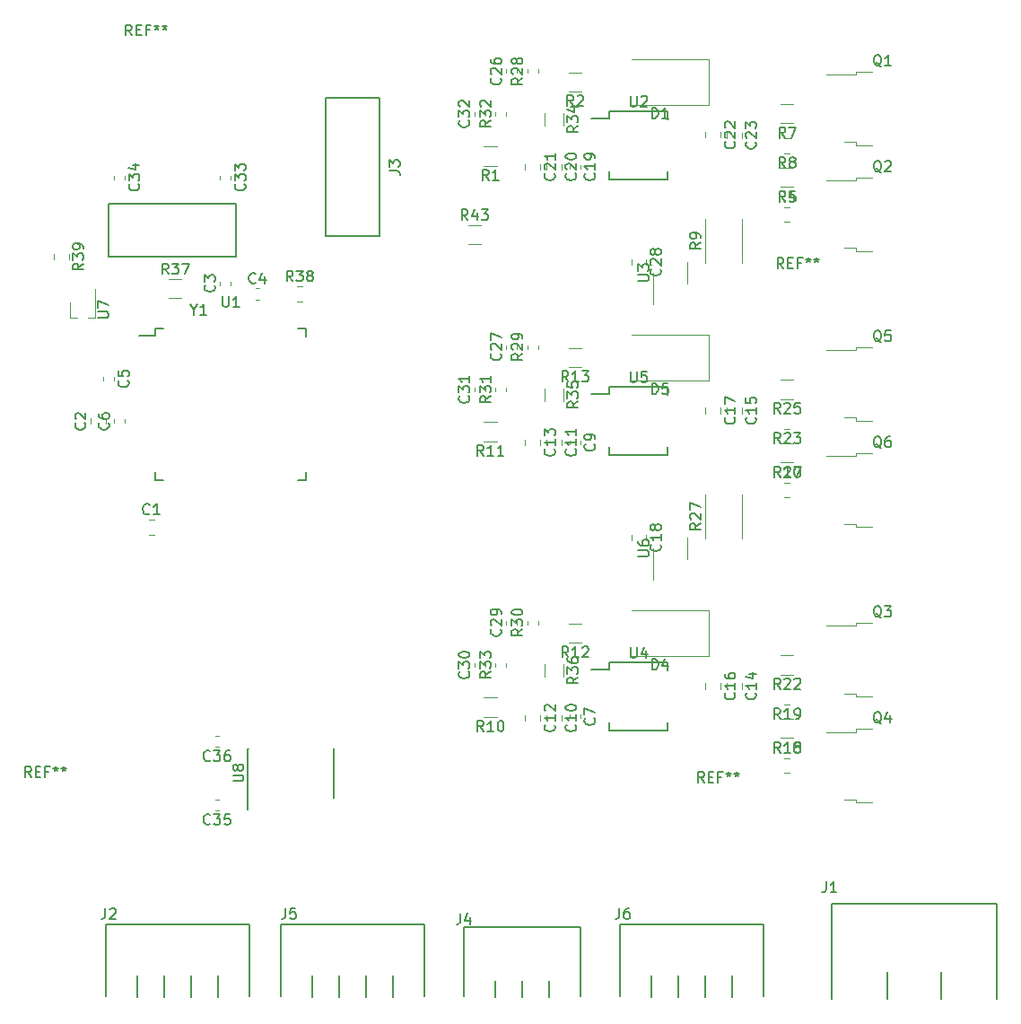
<source format=gbr>
G04 #@! TF.GenerationSoftware,KiCad,Pcbnew,5.0.2+dfsg1-1~bpo9+1*
G04 #@! TF.CreationDate,2019-06-05T17:15:04-04:00*
G04 #@! TF.ProjectId,SCARAMotorFeedbackController,53434152-414d-46f7-946f-724665656462,rev?*
G04 #@! TF.SameCoordinates,Original*
G04 #@! TF.FileFunction,Legend,Top*
G04 #@! TF.FilePolarity,Positive*
%FSLAX46Y46*%
G04 Gerber Fmt 4.6, Leading zero omitted, Abs format (unit mm)*
G04 Created by KiCad (PCBNEW 5.0.2+dfsg1-1~bpo9+1) date Wed 05 Jun 2019 05:15:04 PM EDT*
%MOMM*%
%LPD*%
G01*
G04 APERTURE LIST*
%ADD10C,0.120000*%
%ADD11C,0.150000*%
G04 APERTURE END LIST*
D10*
G04 #@! TO.C,R17*
X75602064Y52410000D02*
X74397936Y52410000D01*
X75602064Y50590000D02*
X74397936Y50590000D01*
D11*
G04 #@! TO.C,Y1*
X23000000Y70000000D02*
X23000000Y75000000D01*
X23000000Y75000000D02*
X11000000Y75000000D01*
X11000000Y75000000D02*
X11000000Y70000000D01*
X11000000Y70000000D02*
X23000000Y70000000D01*
D10*
G04 #@! TO.C,C1*
X14738748Y43790000D02*
X15261252Y43790000D01*
X14738748Y45210000D02*
X15261252Y45210000D01*
G04 #@! TO.C,C2*
X9290000Y54238748D02*
X9290000Y54761252D01*
X10710000Y54238748D02*
X10710000Y54761252D01*
G04 #@! TO.C,C3*
X22510000Y67328733D02*
X22510000Y67671267D01*
X21490000Y67328733D02*
X21490000Y67671267D01*
G04 #@! TO.C,C4*
X24828733Y67010000D02*
X25171267Y67010000D01*
X24828733Y65990000D02*
X25171267Y65990000D01*
G04 #@! TO.C,C5*
X11510000Y58671267D02*
X11510000Y58328733D01*
X10490000Y58671267D02*
X10490000Y58328733D01*
G04 #@! TO.C,C6*
X11490000Y54328733D02*
X11490000Y54671267D01*
X12510000Y54328733D02*
X12510000Y54671267D01*
G04 #@! TO.C,C7*
X54490000Y26796267D02*
X54490000Y26453733D01*
X55510000Y26796267D02*
X55510000Y26453733D01*
G04 #@! TO.C,C9*
X54490000Y52671267D02*
X54490000Y52328733D01*
X55510000Y52671267D02*
X55510000Y52328733D01*
G04 #@! TO.C,C10*
X53710000Y26761252D02*
X53710000Y26238748D01*
X52290000Y26761252D02*
X52290000Y26238748D01*
G04 #@! TO.C,C11*
X53710000Y52761252D02*
X53710000Y52238748D01*
X52290000Y52761252D02*
X52290000Y52238748D01*
G04 #@! TO.C,C12*
X50290000Y26761252D02*
X50290000Y26238748D01*
X51710000Y26761252D02*
X51710000Y26238748D01*
G04 #@! TO.C,C13*
X51710000Y52761252D02*
X51710000Y52238748D01*
X50290000Y52761252D02*
X50290000Y52238748D01*
G04 #@! TO.C,C14*
X69290000Y29761252D02*
X69290000Y29238748D01*
X70710000Y29761252D02*
X70710000Y29238748D01*
G04 #@! TO.C,C15*
X70710000Y55761252D02*
X70710000Y55238748D01*
X69290000Y55761252D02*
X69290000Y55238748D01*
G04 #@! TO.C,C16*
X68710000Y29761252D02*
X68710000Y29238748D01*
X67290000Y29761252D02*
X67290000Y29238748D01*
G04 #@! TO.C,C17*
X67290000Y55761252D02*
X67290000Y55238748D01*
X68710000Y55761252D02*
X68710000Y55238748D01*
G04 #@! TO.C,C19*
X55510000Y78671267D02*
X55510000Y78328733D01*
X54490000Y78671267D02*
X54490000Y78328733D01*
G04 #@! TO.C,C20*
X53710000Y78761252D02*
X53710000Y78238748D01*
X52290000Y78761252D02*
X52290000Y78238748D01*
G04 #@! TO.C,C21*
X50290000Y78761252D02*
X50290000Y78238748D01*
X51710000Y78761252D02*
X51710000Y78238748D01*
G04 #@! TO.C,C22*
X67290000Y81761252D02*
X67290000Y81238748D01*
X68710000Y81761252D02*
X68710000Y81238748D01*
G04 #@! TO.C,C23*
X70710000Y81736252D02*
X70710000Y81213748D01*
X69290000Y81736252D02*
X69290000Y81213748D01*
G04 #@! TO.C,C28*
X60290000Y69761252D02*
X60290000Y69238748D01*
X61710000Y69761252D02*
X61710000Y69238748D01*
G04 #@! TO.C,Q1*
X81530000Y80820000D02*
X80430000Y80820000D01*
X81530000Y80550000D02*
X81530000Y80820000D01*
X83030000Y80550000D02*
X81530000Y80550000D01*
X81530000Y87180000D02*
X78700000Y87180000D01*
X81530000Y87450000D02*
X81530000Y87180000D01*
X83030000Y87450000D02*
X81530000Y87450000D01*
G04 #@! TO.C,Q2*
X83030000Y77450000D02*
X81530000Y77450000D01*
X81530000Y77450000D02*
X81530000Y77180000D01*
X81530000Y77180000D02*
X78700000Y77180000D01*
X83030000Y70550000D02*
X81530000Y70550000D01*
X81530000Y70550000D02*
X81530000Y70820000D01*
X81530000Y70820000D02*
X80430000Y70820000D01*
G04 #@! TO.C,Q3*
X83030000Y35450000D02*
X81530000Y35450000D01*
X81530000Y35450000D02*
X81530000Y35180000D01*
X81530000Y35180000D02*
X78700000Y35180000D01*
X83030000Y28550000D02*
X81530000Y28550000D01*
X81530000Y28550000D02*
X81530000Y28820000D01*
X81530000Y28820000D02*
X80430000Y28820000D01*
G04 #@! TO.C,Q4*
X81530000Y18820000D02*
X80430000Y18820000D01*
X81530000Y18550000D02*
X81530000Y18820000D01*
X83030000Y18550000D02*
X81530000Y18550000D01*
X81530000Y25180000D02*
X78700000Y25180000D01*
X81530000Y25450000D02*
X81530000Y25180000D01*
X83030000Y25450000D02*
X81530000Y25450000D01*
G04 #@! TO.C,Q5*
X81530000Y54820000D02*
X80430000Y54820000D01*
X81530000Y54550000D02*
X81530000Y54820000D01*
X83030000Y54550000D02*
X81530000Y54550000D01*
X81530000Y61180000D02*
X78700000Y61180000D01*
X81530000Y61450000D02*
X81530000Y61180000D01*
X83030000Y61450000D02*
X81530000Y61450000D01*
G04 #@! TO.C,Q6*
X83030000Y51450000D02*
X81530000Y51450000D01*
X81530000Y51450000D02*
X81530000Y51180000D01*
X81530000Y51180000D02*
X78700000Y51180000D01*
X83030000Y44550000D02*
X81530000Y44550000D01*
X81530000Y44550000D02*
X81530000Y44820000D01*
X81530000Y44820000D02*
X80430000Y44820000D01*
G04 #@! TO.C,R1*
X47602064Y78590000D02*
X46397936Y78590000D01*
X47602064Y80410000D02*
X46397936Y80410000D01*
G04 #@! TO.C,R2*
X55602064Y87410000D02*
X54397936Y87410000D01*
X55602064Y85590000D02*
X54397936Y85590000D01*
G04 #@! TO.C,R4*
X75602064Y76590000D02*
X74397936Y76590000D01*
X75602064Y78410000D02*
X74397936Y78410000D01*
G04 #@! TO.C,R7*
X75602064Y84410000D02*
X74397936Y84410000D01*
X75602064Y82590000D02*
X74397936Y82590000D01*
G04 #@! TO.C,R9*
X70710000Y69447936D02*
X70710000Y73552064D01*
X67290000Y69447936D02*
X67290000Y73552064D01*
G04 #@! TO.C,R10*
X47602064Y28410000D02*
X46397936Y28410000D01*
X47602064Y26590000D02*
X46397936Y26590000D01*
G04 #@! TO.C,R11*
X47602064Y54410000D02*
X46397936Y54410000D01*
X47602064Y52590000D02*
X46397936Y52590000D01*
G04 #@! TO.C,R12*
X55602064Y35410000D02*
X54397936Y35410000D01*
X55602064Y33590000D02*
X54397936Y33590000D01*
G04 #@! TO.C,R13*
X55602064Y59590000D02*
X54397936Y59590000D01*
X55602064Y61410000D02*
X54397936Y61410000D01*
G04 #@! TO.C,R15*
X75602064Y26410000D02*
X74397936Y26410000D01*
X75602064Y24590000D02*
X74397936Y24590000D01*
G04 #@! TO.C,R22*
X75602064Y32410000D02*
X74397936Y32410000D01*
X75602064Y30590000D02*
X74397936Y30590000D01*
G04 #@! TO.C,R25*
X75602064Y56590000D02*
X74397936Y56590000D01*
X75602064Y58410000D02*
X74397936Y58410000D01*
G04 #@! TO.C,R27*
X67290000Y43447936D02*
X67290000Y47552064D01*
X70710000Y43447936D02*
X70710000Y47552064D01*
D11*
G04 #@! TO.C,U1*
X15380001Y63199999D02*
X15380001Y62549999D01*
X29630001Y63199999D02*
X29630001Y62439999D01*
X29630001Y48949999D02*
X29630001Y49709999D01*
X15380001Y48949999D02*
X15380001Y49709999D01*
X15380001Y63199999D02*
X16140001Y63199999D01*
X15380001Y48949999D02*
X16140001Y48949999D01*
X29630001Y48949999D02*
X28870001Y48949999D01*
X29630001Y63199999D02*
X28870001Y63199999D01*
X15380001Y62549999D02*
X13855001Y62549999D01*
G04 #@! TO.C,U2*
X58250000Y83050000D02*
X56500000Y83050000D01*
X58250000Y77295000D02*
X63750000Y77295000D01*
X58250000Y83705000D02*
X63750000Y83705000D01*
X58250000Y77295000D02*
X58250000Y78045000D01*
X63750000Y77295000D02*
X63750000Y78045000D01*
X63750000Y83705000D02*
X63750000Y82955000D01*
X58250000Y83705000D02*
X58250000Y83050000D01*
D10*
G04 #@! TO.C,U3*
X65620000Y69500000D02*
X65620000Y67500000D01*
X62380000Y68500000D02*
X62380000Y65500000D01*
D11*
G04 #@! TO.C,U4*
X58250000Y31705000D02*
X58250000Y31050000D01*
X63750000Y31705000D02*
X63750000Y30955000D01*
X63750000Y25295000D02*
X63750000Y26045000D01*
X58250000Y25295000D02*
X58250000Y26045000D01*
X58250000Y31705000D02*
X63750000Y31705000D01*
X58250000Y25295000D02*
X63750000Y25295000D01*
X58250000Y31050000D02*
X56500000Y31050000D01*
G04 #@! TO.C,U5*
X58250000Y57705000D02*
X58250000Y57050000D01*
X63750000Y57705000D02*
X63750000Y56955000D01*
X63750000Y51295000D02*
X63750000Y52045000D01*
X58250000Y51295000D02*
X58250000Y52045000D01*
X58250000Y57705000D02*
X63750000Y57705000D01*
X58250000Y51295000D02*
X63750000Y51295000D01*
X58250000Y57050000D02*
X56500000Y57050000D01*
D10*
G04 #@! TO.C,D1*
X67600000Y84350000D02*
X60300000Y84350000D01*
X67600000Y88650000D02*
X60300000Y88650000D01*
X67600000Y84350000D02*
X67600000Y88650000D01*
G04 #@! TO.C,D4*
X67600000Y32350000D02*
X67600000Y36650000D01*
X67600000Y36650000D02*
X60300000Y36650000D01*
X67600000Y32350000D02*
X60300000Y32350000D01*
G04 #@! TO.C,D5*
X67600000Y58350000D02*
X67600000Y62650000D01*
X67600000Y62650000D02*
X60300000Y62650000D01*
X67600000Y58350000D02*
X60300000Y58350000D01*
G04 #@! TO.C,C18*
X61710000Y43761252D02*
X61710000Y43238748D01*
X60290000Y43761252D02*
X60290000Y43238748D01*
G04 #@! TO.C,U6*
X65620000Y43500000D02*
X65620000Y41500000D01*
X62380000Y42500000D02*
X62380000Y39500000D01*
G04 #@! TO.C,R5*
X74738748Y74710000D02*
X75261252Y74710000D01*
X74738748Y73290000D02*
X75261252Y73290000D01*
G04 #@! TO.C,R8*
X75261252Y81210000D02*
X74738748Y81210000D01*
X75261252Y79790000D02*
X74738748Y79790000D01*
G04 #@! TO.C,R18*
X74738748Y22710000D02*
X75261252Y22710000D01*
X74738748Y21290000D02*
X75261252Y21290000D01*
G04 #@! TO.C,R19*
X75261252Y27790000D02*
X74738748Y27790000D01*
X75261252Y29210000D02*
X74738748Y29210000D01*
G04 #@! TO.C,R20*
X74738748Y47290000D02*
X75261252Y47290000D01*
X74738748Y48710000D02*
X75261252Y48710000D01*
G04 #@! TO.C,R23*
X75261252Y55210000D02*
X74738748Y55210000D01*
X75261252Y53790000D02*
X74738748Y53790000D01*
G04 #@! TO.C,C26*
X49510000Y87328733D02*
X49510000Y87671267D01*
X48490000Y87328733D02*
X48490000Y87671267D01*
G04 #@! TO.C,C27*
X48490000Y61328733D02*
X48490000Y61671267D01*
X49510000Y61328733D02*
X49510000Y61671267D01*
G04 #@! TO.C,C29*
X48490000Y35328733D02*
X48490000Y35671267D01*
X49510000Y35328733D02*
X49510000Y35671267D01*
G04 #@! TO.C,C30*
X46510000Y31328733D02*
X46510000Y31671267D01*
X45490000Y31328733D02*
X45490000Y31671267D01*
G04 #@! TO.C,C31*
X46510000Y57328733D02*
X46510000Y57671267D01*
X45490000Y57328733D02*
X45490000Y57671267D01*
G04 #@! TO.C,C32*
X45490000Y83328733D02*
X45490000Y83671267D01*
X46510000Y83328733D02*
X46510000Y83671267D01*
G04 #@! TO.C,R28*
X50490000Y87328733D02*
X50490000Y87671267D01*
X51510000Y87328733D02*
X51510000Y87671267D01*
G04 #@! TO.C,R29*
X50490000Y61328733D02*
X50490000Y61671267D01*
X51510000Y61328733D02*
X51510000Y61671267D01*
G04 #@! TO.C,R30*
X51510000Y35328733D02*
X51510000Y35671267D01*
X50490000Y35328733D02*
X50490000Y35671267D01*
G04 #@! TO.C,R31*
X48510000Y57328733D02*
X48510000Y57671267D01*
X47490000Y57328733D02*
X47490000Y57671267D01*
G04 #@! TO.C,R32*
X47490000Y83328733D02*
X47490000Y83671267D01*
X48510000Y83328733D02*
X48510000Y83671267D01*
G04 #@! TO.C,R33*
X48510000Y31328733D02*
X48510000Y31671267D01*
X47490000Y31328733D02*
X47490000Y31671267D01*
G04 #@! TO.C,R34*
X53910000Y83589564D02*
X53910000Y82385436D01*
X52090000Y83589564D02*
X52090000Y82385436D01*
G04 #@! TO.C,R35*
X53910000Y57589564D02*
X53910000Y56385436D01*
X52090000Y57589564D02*
X52090000Y56385436D01*
G04 #@! TO.C,R36*
X53910000Y31589564D02*
X53910000Y30385436D01*
X52090000Y31589564D02*
X52090000Y30385436D01*
G04 #@! TO.C,C33*
X22510000Y77671267D02*
X22510000Y77328733D01*
X21490000Y77671267D02*
X21490000Y77328733D01*
G04 #@! TO.C,C34*
X11490000Y77671267D02*
X11490000Y77328733D01*
X12510000Y77671267D02*
X12510000Y77328733D01*
D11*
G04 #@! TO.C,J3*
X36500000Y72000000D02*
X36500000Y78500000D01*
X31500000Y72000000D02*
X36500000Y72000000D01*
X31500000Y85000000D02*
X31500000Y72000000D01*
X36500000Y85000000D02*
X31500000Y85000000D01*
X36500000Y78500000D02*
X36500000Y85000000D01*
D10*
G04 #@! TO.C,R37*
X16647936Y67910000D02*
X17852064Y67910000D01*
X16647936Y66090000D02*
X17852064Y66090000D01*
G04 #@! TO.C,R38*
X28738748Y67210000D02*
X29261252Y67210000D01*
X28738748Y65790000D02*
X29261252Y65790000D01*
G04 #@! TO.C,R43*
X44910436Y73010000D02*
X46114564Y73010000D01*
X44910436Y71190000D02*
X46114564Y71190000D01*
D11*
G04 #@! TO.C,J2*
X24250000Y250000D02*
X24250000Y7000000D01*
X24250000Y7000000D02*
X10750000Y7000000D01*
X10750000Y7000000D02*
X10750000Y250000D01*
X13690000Y198000D02*
X13690000Y2230000D01*
X16230000Y198000D02*
X16230000Y2230000D01*
X18770000Y198000D02*
X18770000Y2230000D01*
X21310000Y198000D02*
X21310000Y2230000D01*
G04 #@! TO.C,J5*
X37810000Y198000D02*
X37810000Y2230000D01*
X35270000Y198000D02*
X35270000Y2230000D01*
X32730000Y198000D02*
X32730000Y2230000D01*
X30190000Y198000D02*
X30190000Y2230000D01*
X27250000Y7000000D02*
X27250000Y250000D01*
X40750000Y7000000D02*
X27250000Y7000000D01*
X40750000Y250000D02*
X40750000Y7000000D01*
G04 #@! TO.C,J6*
X72750000Y250000D02*
X72750000Y7000000D01*
X72750000Y7000000D02*
X59250000Y7000000D01*
X59250000Y7000000D02*
X59250000Y250000D01*
X62190000Y198000D02*
X62190000Y2230000D01*
X64730000Y198000D02*
X64730000Y2230000D01*
X67270000Y198000D02*
X67270000Y2230000D01*
X69810000Y198000D02*
X69810000Y2230000D01*
G04 #@! TO.C,J4*
X55500000Y250000D02*
X55500000Y6750000D01*
X55500000Y6750000D02*
X44500000Y6750000D01*
X44500000Y6750000D02*
X44500000Y250000D01*
X47460000Y1722000D02*
X47460000Y198000D01*
X50000000Y1722000D02*
X50000000Y198000D01*
X52540000Y1722000D02*
X52540000Y198000D01*
G04 #@! TO.C,J1*
X89500000Y0D02*
X89500000Y2500000D01*
X84500000Y2500000D02*
X84500000Y0D01*
X79250000Y9000000D02*
X79250000Y0D01*
X94750000Y9000000D02*
X79250000Y9000000D01*
X94750000Y9000000D02*
X94750000Y0D01*
D10*
G04 #@! TO.C,R39*
X7210000Y70261252D02*
X7210000Y69738748D01*
X5790000Y70261252D02*
X5790000Y69738748D01*
G04 #@! TO.C,U7*
X8000000Y64265000D02*
X7340000Y64265000D01*
X9670000Y64265000D02*
X9000000Y64265000D01*
X9660000Y64265000D02*
X9660000Y67000000D01*
X7340000Y65675000D02*
X7340000Y64265000D01*
G04 #@! TO.C,C35*
X21371267Y17790000D02*
X21028733Y17790000D01*
X21371267Y18810000D02*
X21028733Y18810000D01*
G04 #@! TO.C,C36*
X21371267Y24810000D02*
X21028733Y24810000D01*
X21371267Y23790000D02*
X21028733Y23790000D01*
D11*
G04 #@! TO.C,U8*
X24175000Y23625000D02*
X24200000Y23625000D01*
X32225000Y23625000D02*
X32200000Y23625000D01*
X32225000Y18975000D02*
X32200000Y18975000D01*
X24125000Y17900000D02*
X24125000Y23625000D01*
X32225000Y18975000D02*
X32225000Y23625000D01*
G04 #@! TO.C,R17*
X74357142Y49227619D02*
X74023809Y49703809D01*
X73785714Y49227619D02*
X73785714Y50227619D01*
X74166666Y50227619D01*
X74261904Y50180000D01*
X74309523Y50132380D01*
X74357142Y50037142D01*
X74357142Y49894285D01*
X74309523Y49799047D01*
X74261904Y49751428D01*
X74166666Y49703809D01*
X73785714Y49703809D01*
X75309523Y49227619D02*
X74738095Y49227619D01*
X75023809Y49227619D02*
X75023809Y50227619D01*
X74928571Y50084761D01*
X74833333Y49989523D01*
X74738095Y49941904D01*
X75642857Y50227619D02*
X76309523Y50227619D01*
X75880952Y49227619D01*
G04 #@! TO.C,Y1*
X19023809Y65023809D02*
X19023809Y64547619D01*
X18690476Y65547619D02*
X19023809Y65023809D01*
X19357142Y65547619D01*
X20214285Y64547619D02*
X19642857Y64547619D01*
X19928571Y64547619D02*
X19928571Y65547619D01*
X19833333Y65404761D01*
X19738095Y65309523D01*
X19642857Y65261904D01*
G04 #@! TO.C,C1*
X14833333Y45792857D02*
X14785714Y45745238D01*
X14642857Y45697619D01*
X14547619Y45697619D01*
X14404761Y45745238D01*
X14309523Y45840476D01*
X14261904Y45935714D01*
X14214285Y46126190D01*
X14214285Y46269047D01*
X14261904Y46459523D01*
X14309523Y46554761D01*
X14404761Y46650000D01*
X14547619Y46697619D01*
X14642857Y46697619D01*
X14785714Y46650000D01*
X14833333Y46602380D01*
X15785714Y45697619D02*
X15214285Y45697619D01*
X15500000Y45697619D02*
X15500000Y46697619D01*
X15404761Y46554761D01*
X15309523Y46459523D01*
X15214285Y46411904D01*
G04 #@! TO.C,C2*
X8707142Y54333333D02*
X8754761Y54285714D01*
X8802380Y54142857D01*
X8802380Y54047619D01*
X8754761Y53904761D01*
X8659523Y53809523D01*
X8564285Y53761904D01*
X8373809Y53714285D01*
X8230952Y53714285D01*
X8040476Y53761904D01*
X7945238Y53809523D01*
X7850000Y53904761D01*
X7802380Y54047619D01*
X7802380Y54142857D01*
X7850000Y54285714D01*
X7897619Y54333333D01*
X7897619Y54714285D02*
X7850000Y54761904D01*
X7802380Y54857142D01*
X7802380Y55095238D01*
X7850000Y55190476D01*
X7897619Y55238095D01*
X7992857Y55285714D01*
X8088095Y55285714D01*
X8230952Y55238095D01*
X8802380Y54666666D01*
X8802380Y55285714D01*
G04 #@! TO.C,C3*
X20927142Y67333333D02*
X20974761Y67285714D01*
X21022380Y67142857D01*
X21022380Y67047619D01*
X20974761Y66904761D01*
X20879523Y66809523D01*
X20784285Y66761904D01*
X20593809Y66714285D01*
X20450952Y66714285D01*
X20260476Y66761904D01*
X20165238Y66809523D01*
X20070000Y66904761D01*
X20022380Y67047619D01*
X20022380Y67142857D01*
X20070000Y67285714D01*
X20117619Y67333333D01*
X20022380Y67666666D02*
X20022380Y68285714D01*
X20403333Y67952380D01*
X20403333Y68095238D01*
X20450952Y68190476D01*
X20498571Y68238095D01*
X20593809Y68285714D01*
X20831904Y68285714D01*
X20927142Y68238095D01*
X20974761Y68190476D01*
X21022380Y68095238D01*
X21022380Y67809523D01*
X20974761Y67714285D01*
X20927142Y67666666D01*
G04 #@! TO.C,C4*
X24833333Y67572857D02*
X24785714Y67525238D01*
X24642857Y67477619D01*
X24547619Y67477619D01*
X24404761Y67525238D01*
X24309523Y67620476D01*
X24261904Y67715714D01*
X24214285Y67906190D01*
X24214285Y68049047D01*
X24261904Y68239523D01*
X24309523Y68334761D01*
X24404761Y68430000D01*
X24547619Y68477619D01*
X24642857Y68477619D01*
X24785714Y68430000D01*
X24833333Y68382380D01*
X25690476Y68144285D02*
X25690476Y67477619D01*
X25452380Y68525238D02*
X25214285Y67810952D01*
X25833333Y67810952D01*
G04 #@! TO.C,C5*
X12787142Y58333333D02*
X12834761Y58285714D01*
X12882380Y58142857D01*
X12882380Y58047619D01*
X12834761Y57904761D01*
X12739523Y57809523D01*
X12644285Y57761904D01*
X12453809Y57714285D01*
X12310952Y57714285D01*
X12120476Y57761904D01*
X12025238Y57809523D01*
X11930000Y57904761D01*
X11882380Y58047619D01*
X11882380Y58142857D01*
X11930000Y58285714D01*
X11977619Y58333333D01*
X11882380Y59238095D02*
X11882380Y58761904D01*
X12358571Y58714285D01*
X12310952Y58761904D01*
X12263333Y58857142D01*
X12263333Y59095238D01*
X12310952Y59190476D01*
X12358571Y59238095D01*
X12453809Y59285714D01*
X12691904Y59285714D01*
X12787142Y59238095D01*
X12834761Y59190476D01*
X12882380Y59095238D01*
X12882380Y58857142D01*
X12834761Y58761904D01*
X12787142Y58714285D01*
G04 #@! TO.C,C6*
X10927142Y54333333D02*
X10974761Y54285714D01*
X11022380Y54142857D01*
X11022380Y54047619D01*
X10974761Y53904761D01*
X10879523Y53809523D01*
X10784285Y53761904D01*
X10593809Y53714285D01*
X10450952Y53714285D01*
X10260476Y53761904D01*
X10165238Y53809523D01*
X10070000Y53904761D01*
X10022380Y54047619D01*
X10022380Y54142857D01*
X10070000Y54285714D01*
X10117619Y54333333D01*
X10022380Y55190476D02*
X10022380Y55000000D01*
X10070000Y54904761D01*
X10117619Y54857142D01*
X10260476Y54761904D01*
X10450952Y54714285D01*
X10831904Y54714285D01*
X10927142Y54761904D01*
X10974761Y54809523D01*
X11022380Y54904761D01*
X11022380Y55095238D01*
X10974761Y55190476D01*
X10927142Y55238095D01*
X10831904Y55285714D01*
X10593809Y55285714D01*
X10498571Y55238095D01*
X10450952Y55190476D01*
X10403333Y55095238D01*
X10403333Y54904761D01*
X10450952Y54809523D01*
X10498571Y54761904D01*
X10593809Y54714285D01*
G04 #@! TO.C,C7*
X56787142Y26458333D02*
X56834761Y26410714D01*
X56882380Y26267857D01*
X56882380Y26172619D01*
X56834761Y26029761D01*
X56739523Y25934523D01*
X56644285Y25886904D01*
X56453809Y25839285D01*
X56310952Y25839285D01*
X56120476Y25886904D01*
X56025238Y25934523D01*
X55930000Y26029761D01*
X55882380Y26172619D01*
X55882380Y26267857D01*
X55930000Y26410714D01*
X55977619Y26458333D01*
X55882380Y26791666D02*
X55882380Y27458333D01*
X56882380Y27029761D01*
G04 #@! TO.C,C9*
X56787142Y52333333D02*
X56834761Y52285714D01*
X56882380Y52142857D01*
X56882380Y52047619D01*
X56834761Y51904761D01*
X56739523Y51809523D01*
X56644285Y51761904D01*
X56453809Y51714285D01*
X56310952Y51714285D01*
X56120476Y51761904D01*
X56025238Y51809523D01*
X55930000Y51904761D01*
X55882380Y52047619D01*
X55882380Y52142857D01*
X55930000Y52285714D01*
X55977619Y52333333D01*
X56882380Y52809523D02*
X56882380Y53000000D01*
X56834761Y53095238D01*
X56787142Y53142857D01*
X56644285Y53238095D01*
X56453809Y53285714D01*
X56072857Y53285714D01*
X55977619Y53238095D01*
X55930000Y53190476D01*
X55882380Y53095238D01*
X55882380Y52904761D01*
X55930000Y52809523D01*
X55977619Y52761904D01*
X56072857Y52714285D01*
X56310952Y52714285D01*
X56406190Y52761904D01*
X56453809Y52809523D01*
X56501428Y52904761D01*
X56501428Y53095238D01*
X56453809Y53190476D01*
X56406190Y53238095D01*
X56310952Y53285714D01*
G04 #@! TO.C,C10*
X55007142Y25857142D02*
X55054761Y25809523D01*
X55102380Y25666666D01*
X55102380Y25571428D01*
X55054761Y25428571D01*
X54959523Y25333333D01*
X54864285Y25285714D01*
X54673809Y25238095D01*
X54530952Y25238095D01*
X54340476Y25285714D01*
X54245238Y25333333D01*
X54150000Y25428571D01*
X54102380Y25571428D01*
X54102380Y25666666D01*
X54150000Y25809523D01*
X54197619Y25857142D01*
X55102380Y26809523D02*
X55102380Y26238095D01*
X55102380Y26523809D02*
X54102380Y26523809D01*
X54245238Y26428571D01*
X54340476Y26333333D01*
X54388095Y26238095D01*
X54102380Y27428571D02*
X54102380Y27523809D01*
X54150000Y27619047D01*
X54197619Y27666666D01*
X54292857Y27714285D01*
X54483333Y27761904D01*
X54721428Y27761904D01*
X54911904Y27714285D01*
X55007142Y27666666D01*
X55054761Y27619047D01*
X55102380Y27523809D01*
X55102380Y27428571D01*
X55054761Y27333333D01*
X55007142Y27285714D01*
X54911904Y27238095D01*
X54721428Y27190476D01*
X54483333Y27190476D01*
X54292857Y27238095D01*
X54197619Y27285714D01*
X54150000Y27333333D01*
X54102380Y27428571D01*
G04 #@! TO.C,C11*
X55007142Y51857142D02*
X55054761Y51809523D01*
X55102380Y51666666D01*
X55102380Y51571428D01*
X55054761Y51428571D01*
X54959523Y51333333D01*
X54864285Y51285714D01*
X54673809Y51238095D01*
X54530952Y51238095D01*
X54340476Y51285714D01*
X54245238Y51333333D01*
X54150000Y51428571D01*
X54102380Y51571428D01*
X54102380Y51666666D01*
X54150000Y51809523D01*
X54197619Y51857142D01*
X55102380Y52809523D02*
X55102380Y52238095D01*
X55102380Y52523809D02*
X54102380Y52523809D01*
X54245238Y52428571D01*
X54340476Y52333333D01*
X54388095Y52238095D01*
X55102380Y53761904D02*
X55102380Y53190476D01*
X55102380Y53476190D02*
X54102380Y53476190D01*
X54245238Y53380952D01*
X54340476Y53285714D01*
X54388095Y53190476D01*
G04 #@! TO.C,C12*
X53007142Y25857142D02*
X53054761Y25809523D01*
X53102380Y25666666D01*
X53102380Y25571428D01*
X53054761Y25428571D01*
X52959523Y25333333D01*
X52864285Y25285714D01*
X52673809Y25238095D01*
X52530952Y25238095D01*
X52340476Y25285714D01*
X52245238Y25333333D01*
X52150000Y25428571D01*
X52102380Y25571428D01*
X52102380Y25666666D01*
X52150000Y25809523D01*
X52197619Y25857142D01*
X53102380Y26809523D02*
X53102380Y26238095D01*
X53102380Y26523809D02*
X52102380Y26523809D01*
X52245238Y26428571D01*
X52340476Y26333333D01*
X52388095Y26238095D01*
X52197619Y27190476D02*
X52150000Y27238095D01*
X52102380Y27333333D01*
X52102380Y27571428D01*
X52150000Y27666666D01*
X52197619Y27714285D01*
X52292857Y27761904D01*
X52388095Y27761904D01*
X52530952Y27714285D01*
X53102380Y27142857D01*
X53102380Y27761904D01*
G04 #@! TO.C,C13*
X53007142Y51857142D02*
X53054761Y51809523D01*
X53102380Y51666666D01*
X53102380Y51571428D01*
X53054761Y51428571D01*
X52959523Y51333333D01*
X52864285Y51285714D01*
X52673809Y51238095D01*
X52530952Y51238095D01*
X52340476Y51285714D01*
X52245238Y51333333D01*
X52150000Y51428571D01*
X52102380Y51571428D01*
X52102380Y51666666D01*
X52150000Y51809523D01*
X52197619Y51857142D01*
X53102380Y52809523D02*
X53102380Y52238095D01*
X53102380Y52523809D02*
X52102380Y52523809D01*
X52245238Y52428571D01*
X52340476Y52333333D01*
X52388095Y52238095D01*
X52102380Y53142857D02*
X52102380Y53761904D01*
X52483333Y53428571D01*
X52483333Y53571428D01*
X52530952Y53666666D01*
X52578571Y53714285D01*
X52673809Y53761904D01*
X52911904Y53761904D01*
X53007142Y53714285D01*
X53054761Y53666666D01*
X53102380Y53571428D01*
X53102380Y53285714D01*
X53054761Y53190476D01*
X53007142Y53142857D01*
G04 #@! TO.C,C14*
X72007142Y28857142D02*
X72054761Y28809523D01*
X72102380Y28666666D01*
X72102380Y28571428D01*
X72054761Y28428571D01*
X71959523Y28333333D01*
X71864285Y28285714D01*
X71673809Y28238095D01*
X71530952Y28238095D01*
X71340476Y28285714D01*
X71245238Y28333333D01*
X71150000Y28428571D01*
X71102380Y28571428D01*
X71102380Y28666666D01*
X71150000Y28809523D01*
X71197619Y28857142D01*
X72102380Y29809523D02*
X72102380Y29238095D01*
X72102380Y29523809D02*
X71102380Y29523809D01*
X71245238Y29428571D01*
X71340476Y29333333D01*
X71388095Y29238095D01*
X71435714Y30666666D02*
X72102380Y30666666D01*
X71054761Y30428571D02*
X71769047Y30190476D01*
X71769047Y30809523D01*
G04 #@! TO.C,C15*
X72007142Y54857142D02*
X72054761Y54809523D01*
X72102380Y54666666D01*
X72102380Y54571428D01*
X72054761Y54428571D01*
X71959523Y54333333D01*
X71864285Y54285714D01*
X71673809Y54238095D01*
X71530952Y54238095D01*
X71340476Y54285714D01*
X71245238Y54333333D01*
X71150000Y54428571D01*
X71102380Y54571428D01*
X71102380Y54666666D01*
X71150000Y54809523D01*
X71197619Y54857142D01*
X72102380Y55809523D02*
X72102380Y55238095D01*
X72102380Y55523809D02*
X71102380Y55523809D01*
X71245238Y55428571D01*
X71340476Y55333333D01*
X71388095Y55238095D01*
X71102380Y56714285D02*
X71102380Y56238095D01*
X71578571Y56190476D01*
X71530952Y56238095D01*
X71483333Y56333333D01*
X71483333Y56571428D01*
X71530952Y56666666D01*
X71578571Y56714285D01*
X71673809Y56761904D01*
X71911904Y56761904D01*
X72007142Y56714285D01*
X72054761Y56666666D01*
X72102380Y56571428D01*
X72102380Y56333333D01*
X72054761Y56238095D01*
X72007142Y56190476D01*
G04 #@! TO.C,C16*
X70007142Y28857142D02*
X70054761Y28809523D01*
X70102380Y28666666D01*
X70102380Y28571428D01*
X70054761Y28428571D01*
X69959523Y28333333D01*
X69864285Y28285714D01*
X69673809Y28238095D01*
X69530952Y28238095D01*
X69340476Y28285714D01*
X69245238Y28333333D01*
X69150000Y28428571D01*
X69102380Y28571428D01*
X69102380Y28666666D01*
X69150000Y28809523D01*
X69197619Y28857142D01*
X70102380Y29809523D02*
X70102380Y29238095D01*
X70102380Y29523809D02*
X69102380Y29523809D01*
X69245238Y29428571D01*
X69340476Y29333333D01*
X69388095Y29238095D01*
X69102380Y30666666D02*
X69102380Y30476190D01*
X69150000Y30380952D01*
X69197619Y30333333D01*
X69340476Y30238095D01*
X69530952Y30190476D01*
X69911904Y30190476D01*
X70007142Y30238095D01*
X70054761Y30285714D01*
X70102380Y30380952D01*
X70102380Y30571428D01*
X70054761Y30666666D01*
X70007142Y30714285D01*
X69911904Y30761904D01*
X69673809Y30761904D01*
X69578571Y30714285D01*
X69530952Y30666666D01*
X69483333Y30571428D01*
X69483333Y30380952D01*
X69530952Y30285714D01*
X69578571Y30238095D01*
X69673809Y30190476D01*
G04 #@! TO.C,C17*
X70007142Y54857142D02*
X70054761Y54809523D01*
X70102380Y54666666D01*
X70102380Y54571428D01*
X70054761Y54428571D01*
X69959523Y54333333D01*
X69864285Y54285714D01*
X69673809Y54238095D01*
X69530952Y54238095D01*
X69340476Y54285714D01*
X69245238Y54333333D01*
X69150000Y54428571D01*
X69102380Y54571428D01*
X69102380Y54666666D01*
X69150000Y54809523D01*
X69197619Y54857142D01*
X70102380Y55809523D02*
X70102380Y55238095D01*
X70102380Y55523809D02*
X69102380Y55523809D01*
X69245238Y55428571D01*
X69340476Y55333333D01*
X69388095Y55238095D01*
X69102380Y56142857D02*
X69102380Y56809523D01*
X70102380Y56380952D01*
G04 #@! TO.C,C19*
X56787142Y77857142D02*
X56834761Y77809523D01*
X56882380Y77666666D01*
X56882380Y77571428D01*
X56834761Y77428571D01*
X56739523Y77333333D01*
X56644285Y77285714D01*
X56453809Y77238095D01*
X56310952Y77238095D01*
X56120476Y77285714D01*
X56025238Y77333333D01*
X55930000Y77428571D01*
X55882380Y77571428D01*
X55882380Y77666666D01*
X55930000Y77809523D01*
X55977619Y77857142D01*
X56882380Y78809523D02*
X56882380Y78238095D01*
X56882380Y78523809D02*
X55882380Y78523809D01*
X56025238Y78428571D01*
X56120476Y78333333D01*
X56168095Y78238095D01*
X56882380Y79285714D02*
X56882380Y79476190D01*
X56834761Y79571428D01*
X56787142Y79619047D01*
X56644285Y79714285D01*
X56453809Y79761904D01*
X56072857Y79761904D01*
X55977619Y79714285D01*
X55930000Y79666666D01*
X55882380Y79571428D01*
X55882380Y79380952D01*
X55930000Y79285714D01*
X55977619Y79238095D01*
X56072857Y79190476D01*
X56310952Y79190476D01*
X56406190Y79238095D01*
X56453809Y79285714D01*
X56501428Y79380952D01*
X56501428Y79571428D01*
X56453809Y79666666D01*
X56406190Y79714285D01*
X56310952Y79761904D01*
G04 #@! TO.C,C20*
X55007142Y77857142D02*
X55054761Y77809523D01*
X55102380Y77666666D01*
X55102380Y77571428D01*
X55054761Y77428571D01*
X54959523Y77333333D01*
X54864285Y77285714D01*
X54673809Y77238095D01*
X54530952Y77238095D01*
X54340476Y77285714D01*
X54245238Y77333333D01*
X54150000Y77428571D01*
X54102380Y77571428D01*
X54102380Y77666666D01*
X54150000Y77809523D01*
X54197619Y77857142D01*
X54197619Y78238095D02*
X54150000Y78285714D01*
X54102380Y78380952D01*
X54102380Y78619047D01*
X54150000Y78714285D01*
X54197619Y78761904D01*
X54292857Y78809523D01*
X54388095Y78809523D01*
X54530952Y78761904D01*
X55102380Y78190476D01*
X55102380Y78809523D01*
X54102380Y79428571D02*
X54102380Y79523809D01*
X54150000Y79619047D01*
X54197619Y79666666D01*
X54292857Y79714285D01*
X54483333Y79761904D01*
X54721428Y79761904D01*
X54911904Y79714285D01*
X55007142Y79666666D01*
X55054761Y79619047D01*
X55102380Y79523809D01*
X55102380Y79428571D01*
X55054761Y79333333D01*
X55007142Y79285714D01*
X54911904Y79238095D01*
X54721428Y79190476D01*
X54483333Y79190476D01*
X54292857Y79238095D01*
X54197619Y79285714D01*
X54150000Y79333333D01*
X54102380Y79428571D01*
G04 #@! TO.C,C21*
X53007142Y77857142D02*
X53054761Y77809523D01*
X53102380Y77666666D01*
X53102380Y77571428D01*
X53054761Y77428571D01*
X52959523Y77333333D01*
X52864285Y77285714D01*
X52673809Y77238095D01*
X52530952Y77238095D01*
X52340476Y77285714D01*
X52245238Y77333333D01*
X52150000Y77428571D01*
X52102380Y77571428D01*
X52102380Y77666666D01*
X52150000Y77809523D01*
X52197619Y77857142D01*
X52197619Y78238095D02*
X52150000Y78285714D01*
X52102380Y78380952D01*
X52102380Y78619047D01*
X52150000Y78714285D01*
X52197619Y78761904D01*
X52292857Y78809523D01*
X52388095Y78809523D01*
X52530952Y78761904D01*
X53102380Y78190476D01*
X53102380Y78809523D01*
X53102380Y79761904D02*
X53102380Y79190476D01*
X53102380Y79476190D02*
X52102380Y79476190D01*
X52245238Y79380952D01*
X52340476Y79285714D01*
X52388095Y79190476D01*
G04 #@! TO.C,C22*
X70007142Y80857142D02*
X70054761Y80809523D01*
X70102380Y80666666D01*
X70102380Y80571428D01*
X70054761Y80428571D01*
X69959523Y80333333D01*
X69864285Y80285714D01*
X69673809Y80238095D01*
X69530952Y80238095D01*
X69340476Y80285714D01*
X69245238Y80333333D01*
X69150000Y80428571D01*
X69102380Y80571428D01*
X69102380Y80666666D01*
X69150000Y80809523D01*
X69197619Y80857142D01*
X69197619Y81238095D02*
X69150000Y81285714D01*
X69102380Y81380952D01*
X69102380Y81619047D01*
X69150000Y81714285D01*
X69197619Y81761904D01*
X69292857Y81809523D01*
X69388095Y81809523D01*
X69530952Y81761904D01*
X70102380Y81190476D01*
X70102380Y81809523D01*
X69197619Y82190476D02*
X69150000Y82238095D01*
X69102380Y82333333D01*
X69102380Y82571428D01*
X69150000Y82666666D01*
X69197619Y82714285D01*
X69292857Y82761904D01*
X69388095Y82761904D01*
X69530952Y82714285D01*
X70102380Y82142857D01*
X70102380Y82761904D01*
G04 #@! TO.C,C23*
X72007142Y80832142D02*
X72054761Y80784523D01*
X72102380Y80641666D01*
X72102380Y80546428D01*
X72054761Y80403571D01*
X71959523Y80308333D01*
X71864285Y80260714D01*
X71673809Y80213095D01*
X71530952Y80213095D01*
X71340476Y80260714D01*
X71245238Y80308333D01*
X71150000Y80403571D01*
X71102380Y80546428D01*
X71102380Y80641666D01*
X71150000Y80784523D01*
X71197619Y80832142D01*
X71197619Y81213095D02*
X71150000Y81260714D01*
X71102380Y81355952D01*
X71102380Y81594047D01*
X71150000Y81689285D01*
X71197619Y81736904D01*
X71292857Y81784523D01*
X71388095Y81784523D01*
X71530952Y81736904D01*
X72102380Y81165476D01*
X72102380Y81784523D01*
X71102380Y82117857D02*
X71102380Y82736904D01*
X71483333Y82403571D01*
X71483333Y82546428D01*
X71530952Y82641666D01*
X71578571Y82689285D01*
X71673809Y82736904D01*
X71911904Y82736904D01*
X72007142Y82689285D01*
X72054761Y82641666D01*
X72102380Y82546428D01*
X72102380Y82260714D01*
X72054761Y82165476D01*
X72007142Y82117857D01*
G04 #@! TO.C,C28*
X63007142Y68857142D02*
X63054761Y68809523D01*
X63102380Y68666666D01*
X63102380Y68571428D01*
X63054761Y68428571D01*
X62959523Y68333333D01*
X62864285Y68285714D01*
X62673809Y68238095D01*
X62530952Y68238095D01*
X62340476Y68285714D01*
X62245238Y68333333D01*
X62150000Y68428571D01*
X62102380Y68571428D01*
X62102380Y68666666D01*
X62150000Y68809523D01*
X62197619Y68857142D01*
X62197619Y69238095D02*
X62150000Y69285714D01*
X62102380Y69380952D01*
X62102380Y69619047D01*
X62150000Y69714285D01*
X62197619Y69761904D01*
X62292857Y69809523D01*
X62388095Y69809523D01*
X62530952Y69761904D01*
X63102380Y69190476D01*
X63102380Y69809523D01*
X62530952Y70380952D02*
X62483333Y70285714D01*
X62435714Y70238095D01*
X62340476Y70190476D01*
X62292857Y70190476D01*
X62197619Y70238095D01*
X62150000Y70285714D01*
X62102380Y70380952D01*
X62102380Y70571428D01*
X62150000Y70666666D01*
X62197619Y70714285D01*
X62292857Y70761904D01*
X62340476Y70761904D01*
X62435714Y70714285D01*
X62483333Y70666666D01*
X62530952Y70571428D01*
X62530952Y70380952D01*
X62578571Y70285714D01*
X62626190Y70238095D01*
X62721428Y70190476D01*
X62911904Y70190476D01*
X63007142Y70238095D01*
X63054761Y70285714D01*
X63102380Y70380952D01*
X63102380Y70571428D01*
X63054761Y70666666D01*
X63007142Y70714285D01*
X62911904Y70761904D01*
X62721428Y70761904D01*
X62626190Y70714285D01*
X62578571Y70666666D01*
X62530952Y70571428D01*
G04 #@! TO.C,Q1*
X83904761Y87952380D02*
X83809523Y88000000D01*
X83714285Y88095238D01*
X83571428Y88238095D01*
X83476190Y88285714D01*
X83380952Y88285714D01*
X83428571Y88047619D02*
X83333333Y88095238D01*
X83238095Y88190476D01*
X83190476Y88380952D01*
X83190476Y88714285D01*
X83238095Y88904761D01*
X83333333Y89000000D01*
X83428571Y89047619D01*
X83619047Y89047619D01*
X83714285Y89000000D01*
X83809523Y88904761D01*
X83857142Y88714285D01*
X83857142Y88380952D01*
X83809523Y88190476D01*
X83714285Y88095238D01*
X83619047Y88047619D01*
X83428571Y88047619D01*
X84809523Y88047619D02*
X84238095Y88047619D01*
X84523809Y88047619D02*
X84523809Y89047619D01*
X84428571Y88904761D01*
X84333333Y88809523D01*
X84238095Y88761904D01*
G04 #@! TO.C,Q2*
X83904761Y77952380D02*
X83809523Y78000000D01*
X83714285Y78095238D01*
X83571428Y78238095D01*
X83476190Y78285714D01*
X83380952Y78285714D01*
X83428571Y78047619D02*
X83333333Y78095238D01*
X83238095Y78190476D01*
X83190476Y78380952D01*
X83190476Y78714285D01*
X83238095Y78904761D01*
X83333333Y79000000D01*
X83428571Y79047619D01*
X83619047Y79047619D01*
X83714285Y79000000D01*
X83809523Y78904761D01*
X83857142Y78714285D01*
X83857142Y78380952D01*
X83809523Y78190476D01*
X83714285Y78095238D01*
X83619047Y78047619D01*
X83428571Y78047619D01*
X84238095Y78952380D02*
X84285714Y79000000D01*
X84380952Y79047619D01*
X84619047Y79047619D01*
X84714285Y79000000D01*
X84761904Y78952380D01*
X84809523Y78857142D01*
X84809523Y78761904D01*
X84761904Y78619047D01*
X84190476Y78047619D01*
X84809523Y78047619D01*
G04 #@! TO.C,Q3*
X83904761Y35952380D02*
X83809523Y36000000D01*
X83714285Y36095238D01*
X83571428Y36238095D01*
X83476190Y36285714D01*
X83380952Y36285714D01*
X83428571Y36047619D02*
X83333333Y36095238D01*
X83238095Y36190476D01*
X83190476Y36380952D01*
X83190476Y36714285D01*
X83238095Y36904761D01*
X83333333Y37000000D01*
X83428571Y37047619D01*
X83619047Y37047619D01*
X83714285Y37000000D01*
X83809523Y36904761D01*
X83857142Y36714285D01*
X83857142Y36380952D01*
X83809523Y36190476D01*
X83714285Y36095238D01*
X83619047Y36047619D01*
X83428571Y36047619D01*
X84190476Y37047619D02*
X84809523Y37047619D01*
X84476190Y36666666D01*
X84619047Y36666666D01*
X84714285Y36619047D01*
X84761904Y36571428D01*
X84809523Y36476190D01*
X84809523Y36238095D01*
X84761904Y36142857D01*
X84714285Y36095238D01*
X84619047Y36047619D01*
X84333333Y36047619D01*
X84238095Y36095238D01*
X84190476Y36142857D01*
G04 #@! TO.C,Q4*
X83904761Y25952380D02*
X83809523Y26000000D01*
X83714285Y26095238D01*
X83571428Y26238095D01*
X83476190Y26285714D01*
X83380952Y26285714D01*
X83428571Y26047619D02*
X83333333Y26095238D01*
X83238095Y26190476D01*
X83190476Y26380952D01*
X83190476Y26714285D01*
X83238095Y26904761D01*
X83333333Y27000000D01*
X83428571Y27047619D01*
X83619047Y27047619D01*
X83714285Y27000000D01*
X83809523Y26904761D01*
X83857142Y26714285D01*
X83857142Y26380952D01*
X83809523Y26190476D01*
X83714285Y26095238D01*
X83619047Y26047619D01*
X83428571Y26047619D01*
X84714285Y26714285D02*
X84714285Y26047619D01*
X84476190Y27095238D02*
X84238095Y26380952D01*
X84857142Y26380952D01*
G04 #@! TO.C,Q5*
X83904761Y61952380D02*
X83809523Y62000000D01*
X83714285Y62095238D01*
X83571428Y62238095D01*
X83476190Y62285714D01*
X83380952Y62285714D01*
X83428571Y62047619D02*
X83333333Y62095238D01*
X83238095Y62190476D01*
X83190476Y62380952D01*
X83190476Y62714285D01*
X83238095Y62904761D01*
X83333333Y63000000D01*
X83428571Y63047619D01*
X83619047Y63047619D01*
X83714285Y63000000D01*
X83809523Y62904761D01*
X83857142Y62714285D01*
X83857142Y62380952D01*
X83809523Y62190476D01*
X83714285Y62095238D01*
X83619047Y62047619D01*
X83428571Y62047619D01*
X84761904Y63047619D02*
X84285714Y63047619D01*
X84238095Y62571428D01*
X84285714Y62619047D01*
X84380952Y62666666D01*
X84619047Y62666666D01*
X84714285Y62619047D01*
X84761904Y62571428D01*
X84809523Y62476190D01*
X84809523Y62238095D01*
X84761904Y62142857D01*
X84714285Y62095238D01*
X84619047Y62047619D01*
X84380952Y62047619D01*
X84285714Y62095238D01*
X84238095Y62142857D01*
G04 #@! TO.C,Q6*
X83904761Y51952380D02*
X83809523Y52000000D01*
X83714285Y52095238D01*
X83571428Y52238095D01*
X83476190Y52285714D01*
X83380952Y52285714D01*
X83428571Y52047619D02*
X83333333Y52095238D01*
X83238095Y52190476D01*
X83190476Y52380952D01*
X83190476Y52714285D01*
X83238095Y52904761D01*
X83333333Y53000000D01*
X83428571Y53047619D01*
X83619047Y53047619D01*
X83714285Y53000000D01*
X83809523Y52904761D01*
X83857142Y52714285D01*
X83857142Y52380952D01*
X83809523Y52190476D01*
X83714285Y52095238D01*
X83619047Y52047619D01*
X83428571Y52047619D01*
X84714285Y53047619D02*
X84523809Y53047619D01*
X84428571Y53000000D01*
X84380952Y52952380D01*
X84285714Y52809523D01*
X84238095Y52619047D01*
X84238095Y52238095D01*
X84285714Y52142857D01*
X84333333Y52095238D01*
X84428571Y52047619D01*
X84619047Y52047619D01*
X84714285Y52095238D01*
X84761904Y52142857D01*
X84809523Y52238095D01*
X84809523Y52476190D01*
X84761904Y52571428D01*
X84714285Y52619047D01*
X84619047Y52666666D01*
X84428571Y52666666D01*
X84333333Y52619047D01*
X84285714Y52571428D01*
X84238095Y52476190D01*
G04 #@! TO.C,R1*
X46833333Y77227619D02*
X46500000Y77703809D01*
X46261904Y77227619D02*
X46261904Y78227619D01*
X46642857Y78227619D01*
X46738095Y78180000D01*
X46785714Y78132380D01*
X46833333Y78037142D01*
X46833333Y77894285D01*
X46785714Y77799047D01*
X46738095Y77751428D01*
X46642857Y77703809D01*
X46261904Y77703809D01*
X47785714Y77227619D02*
X47214285Y77227619D01*
X47500000Y77227619D02*
X47500000Y78227619D01*
X47404761Y78084761D01*
X47309523Y77989523D01*
X47214285Y77941904D01*
G04 #@! TO.C,R2*
X54833333Y84227619D02*
X54500000Y84703809D01*
X54261904Y84227619D02*
X54261904Y85227619D01*
X54642857Y85227619D01*
X54738095Y85180000D01*
X54785714Y85132380D01*
X54833333Y85037142D01*
X54833333Y84894285D01*
X54785714Y84799047D01*
X54738095Y84751428D01*
X54642857Y84703809D01*
X54261904Y84703809D01*
X55214285Y85132380D02*
X55261904Y85180000D01*
X55357142Y85227619D01*
X55595238Y85227619D01*
X55690476Y85180000D01*
X55738095Y85132380D01*
X55785714Y85037142D01*
X55785714Y84941904D01*
X55738095Y84799047D01*
X55166666Y84227619D01*
X55785714Y84227619D01*
G04 #@! TO.C,R4*
X74833333Y75227619D02*
X74500000Y75703809D01*
X74261904Y75227619D02*
X74261904Y76227619D01*
X74642857Y76227619D01*
X74738095Y76180000D01*
X74785714Y76132380D01*
X74833333Y76037142D01*
X74833333Y75894285D01*
X74785714Y75799047D01*
X74738095Y75751428D01*
X74642857Y75703809D01*
X74261904Y75703809D01*
X75690476Y75894285D02*
X75690476Y75227619D01*
X75452380Y76275238D02*
X75214285Y75560952D01*
X75833333Y75560952D01*
G04 #@! TO.C,R7*
X74833333Y81227619D02*
X74500000Y81703809D01*
X74261904Y81227619D02*
X74261904Y82227619D01*
X74642857Y82227619D01*
X74738095Y82180000D01*
X74785714Y82132380D01*
X74833333Y82037142D01*
X74833333Y81894285D01*
X74785714Y81799047D01*
X74738095Y81751428D01*
X74642857Y81703809D01*
X74261904Y81703809D01*
X75166666Y82227619D02*
X75833333Y82227619D01*
X75404761Y81227619D01*
G04 #@! TO.C,R9*
X66832380Y71333333D02*
X66356190Y71000000D01*
X66832380Y70761904D02*
X65832380Y70761904D01*
X65832380Y71142857D01*
X65880000Y71238095D01*
X65927619Y71285714D01*
X66022857Y71333333D01*
X66165714Y71333333D01*
X66260952Y71285714D01*
X66308571Y71238095D01*
X66356190Y71142857D01*
X66356190Y70761904D01*
X66832380Y71809523D02*
X66832380Y72000000D01*
X66784761Y72095238D01*
X66737142Y72142857D01*
X66594285Y72238095D01*
X66403809Y72285714D01*
X66022857Y72285714D01*
X65927619Y72238095D01*
X65880000Y72190476D01*
X65832380Y72095238D01*
X65832380Y71904761D01*
X65880000Y71809523D01*
X65927619Y71761904D01*
X66022857Y71714285D01*
X66260952Y71714285D01*
X66356190Y71761904D01*
X66403809Y71809523D01*
X66451428Y71904761D01*
X66451428Y72095238D01*
X66403809Y72190476D01*
X66356190Y72238095D01*
X66260952Y72285714D01*
G04 #@! TO.C,R10*
X46357142Y25227619D02*
X46023809Y25703809D01*
X45785714Y25227619D02*
X45785714Y26227619D01*
X46166666Y26227619D01*
X46261904Y26180000D01*
X46309523Y26132380D01*
X46357142Y26037142D01*
X46357142Y25894285D01*
X46309523Y25799047D01*
X46261904Y25751428D01*
X46166666Y25703809D01*
X45785714Y25703809D01*
X47309523Y25227619D02*
X46738095Y25227619D01*
X47023809Y25227619D02*
X47023809Y26227619D01*
X46928571Y26084761D01*
X46833333Y25989523D01*
X46738095Y25941904D01*
X47928571Y26227619D02*
X48023809Y26227619D01*
X48119047Y26180000D01*
X48166666Y26132380D01*
X48214285Y26037142D01*
X48261904Y25846666D01*
X48261904Y25608571D01*
X48214285Y25418095D01*
X48166666Y25322857D01*
X48119047Y25275238D01*
X48023809Y25227619D01*
X47928571Y25227619D01*
X47833333Y25275238D01*
X47785714Y25322857D01*
X47738095Y25418095D01*
X47690476Y25608571D01*
X47690476Y25846666D01*
X47738095Y26037142D01*
X47785714Y26132380D01*
X47833333Y26180000D01*
X47928571Y26227619D01*
G04 #@! TO.C,R11*
X46357142Y51227619D02*
X46023809Y51703809D01*
X45785714Y51227619D02*
X45785714Y52227619D01*
X46166666Y52227619D01*
X46261904Y52180000D01*
X46309523Y52132380D01*
X46357142Y52037142D01*
X46357142Y51894285D01*
X46309523Y51799047D01*
X46261904Y51751428D01*
X46166666Y51703809D01*
X45785714Y51703809D01*
X47309523Y51227619D02*
X46738095Y51227619D01*
X47023809Y51227619D02*
X47023809Y52227619D01*
X46928571Y52084761D01*
X46833333Y51989523D01*
X46738095Y51941904D01*
X48261904Y51227619D02*
X47690476Y51227619D01*
X47976190Y51227619D02*
X47976190Y52227619D01*
X47880952Y52084761D01*
X47785714Y51989523D01*
X47690476Y51941904D01*
G04 #@! TO.C,R12*
X54357142Y32227619D02*
X54023809Y32703809D01*
X53785714Y32227619D02*
X53785714Y33227619D01*
X54166666Y33227619D01*
X54261904Y33180000D01*
X54309523Y33132380D01*
X54357142Y33037142D01*
X54357142Y32894285D01*
X54309523Y32799047D01*
X54261904Y32751428D01*
X54166666Y32703809D01*
X53785714Y32703809D01*
X55309523Y32227619D02*
X54738095Y32227619D01*
X55023809Y32227619D02*
X55023809Y33227619D01*
X54928571Y33084761D01*
X54833333Y32989523D01*
X54738095Y32941904D01*
X55690476Y33132380D02*
X55738095Y33180000D01*
X55833333Y33227619D01*
X56071428Y33227619D01*
X56166666Y33180000D01*
X56214285Y33132380D01*
X56261904Y33037142D01*
X56261904Y32941904D01*
X56214285Y32799047D01*
X55642857Y32227619D01*
X56261904Y32227619D01*
G04 #@! TO.C,R13*
X54357142Y58227619D02*
X54023809Y58703809D01*
X53785714Y58227619D02*
X53785714Y59227619D01*
X54166666Y59227619D01*
X54261904Y59180000D01*
X54309523Y59132380D01*
X54357142Y59037142D01*
X54357142Y58894285D01*
X54309523Y58799047D01*
X54261904Y58751428D01*
X54166666Y58703809D01*
X53785714Y58703809D01*
X55309523Y58227619D02*
X54738095Y58227619D01*
X55023809Y58227619D02*
X55023809Y59227619D01*
X54928571Y59084761D01*
X54833333Y58989523D01*
X54738095Y58941904D01*
X55642857Y59227619D02*
X56261904Y59227619D01*
X55928571Y58846666D01*
X56071428Y58846666D01*
X56166666Y58799047D01*
X56214285Y58751428D01*
X56261904Y58656190D01*
X56261904Y58418095D01*
X56214285Y58322857D01*
X56166666Y58275238D01*
X56071428Y58227619D01*
X55785714Y58227619D01*
X55690476Y58275238D01*
X55642857Y58322857D01*
G04 #@! TO.C,R15*
X74357142Y23227619D02*
X74023809Y23703809D01*
X73785714Y23227619D02*
X73785714Y24227619D01*
X74166666Y24227619D01*
X74261904Y24180000D01*
X74309523Y24132380D01*
X74357142Y24037142D01*
X74357142Y23894285D01*
X74309523Y23799047D01*
X74261904Y23751428D01*
X74166666Y23703809D01*
X73785714Y23703809D01*
X75309523Y23227619D02*
X74738095Y23227619D01*
X75023809Y23227619D02*
X75023809Y24227619D01*
X74928571Y24084761D01*
X74833333Y23989523D01*
X74738095Y23941904D01*
X76214285Y24227619D02*
X75738095Y24227619D01*
X75690476Y23751428D01*
X75738095Y23799047D01*
X75833333Y23846666D01*
X76071428Y23846666D01*
X76166666Y23799047D01*
X76214285Y23751428D01*
X76261904Y23656190D01*
X76261904Y23418095D01*
X76214285Y23322857D01*
X76166666Y23275238D01*
X76071428Y23227619D01*
X75833333Y23227619D01*
X75738095Y23275238D01*
X75690476Y23322857D01*
G04 #@! TO.C,R22*
X74357142Y29227619D02*
X74023809Y29703809D01*
X73785714Y29227619D02*
X73785714Y30227619D01*
X74166666Y30227619D01*
X74261904Y30180000D01*
X74309523Y30132380D01*
X74357142Y30037142D01*
X74357142Y29894285D01*
X74309523Y29799047D01*
X74261904Y29751428D01*
X74166666Y29703809D01*
X73785714Y29703809D01*
X74738095Y30132380D02*
X74785714Y30180000D01*
X74880952Y30227619D01*
X75119047Y30227619D01*
X75214285Y30180000D01*
X75261904Y30132380D01*
X75309523Y30037142D01*
X75309523Y29941904D01*
X75261904Y29799047D01*
X74690476Y29227619D01*
X75309523Y29227619D01*
X75690476Y30132380D02*
X75738095Y30180000D01*
X75833333Y30227619D01*
X76071428Y30227619D01*
X76166666Y30180000D01*
X76214285Y30132380D01*
X76261904Y30037142D01*
X76261904Y29941904D01*
X76214285Y29799047D01*
X75642857Y29227619D01*
X76261904Y29227619D01*
G04 #@! TO.C,R25*
X74357142Y55227619D02*
X74023809Y55703809D01*
X73785714Y55227619D02*
X73785714Y56227619D01*
X74166666Y56227619D01*
X74261904Y56180000D01*
X74309523Y56132380D01*
X74357142Y56037142D01*
X74357142Y55894285D01*
X74309523Y55799047D01*
X74261904Y55751428D01*
X74166666Y55703809D01*
X73785714Y55703809D01*
X74738095Y56132380D02*
X74785714Y56180000D01*
X74880952Y56227619D01*
X75119047Y56227619D01*
X75214285Y56180000D01*
X75261904Y56132380D01*
X75309523Y56037142D01*
X75309523Y55941904D01*
X75261904Y55799047D01*
X74690476Y55227619D01*
X75309523Y55227619D01*
X76214285Y56227619D02*
X75738095Y56227619D01*
X75690476Y55751428D01*
X75738095Y55799047D01*
X75833333Y55846666D01*
X76071428Y55846666D01*
X76166666Y55799047D01*
X76214285Y55751428D01*
X76261904Y55656190D01*
X76261904Y55418095D01*
X76214285Y55322857D01*
X76166666Y55275238D01*
X76071428Y55227619D01*
X75833333Y55227619D01*
X75738095Y55275238D01*
X75690476Y55322857D01*
G04 #@! TO.C,R27*
X66832380Y44857142D02*
X66356190Y44523809D01*
X66832380Y44285714D02*
X65832380Y44285714D01*
X65832380Y44666666D01*
X65880000Y44761904D01*
X65927619Y44809523D01*
X66022857Y44857142D01*
X66165714Y44857142D01*
X66260952Y44809523D01*
X66308571Y44761904D01*
X66356190Y44666666D01*
X66356190Y44285714D01*
X65927619Y45238095D02*
X65880000Y45285714D01*
X65832380Y45380952D01*
X65832380Y45619047D01*
X65880000Y45714285D01*
X65927619Y45761904D01*
X66022857Y45809523D01*
X66118095Y45809523D01*
X66260952Y45761904D01*
X66832380Y45190476D01*
X66832380Y45809523D01*
X65832380Y46142857D02*
X65832380Y46809523D01*
X66832380Y46380952D01*
G04 #@! TO.C,U1*
X21743096Y66272618D02*
X21743096Y65463094D01*
X21790715Y65367856D01*
X21838334Y65320237D01*
X21933572Y65272618D01*
X22124048Y65272618D01*
X22219286Y65320237D01*
X22266905Y65367856D01*
X22314524Y65463094D01*
X22314524Y66272618D01*
X23314524Y65272618D02*
X22743096Y65272618D01*
X23028810Y65272618D02*
X23028810Y66272618D01*
X22933572Y66129760D01*
X22838334Y66034522D01*
X22743096Y65986903D01*
G04 #@! TO.C,U2*
X60238095Y85177619D02*
X60238095Y84368095D01*
X60285714Y84272857D01*
X60333333Y84225238D01*
X60428571Y84177619D01*
X60619047Y84177619D01*
X60714285Y84225238D01*
X60761904Y84272857D01*
X60809523Y84368095D01*
X60809523Y85177619D01*
X61238095Y85082380D02*
X61285714Y85130000D01*
X61380952Y85177619D01*
X61619047Y85177619D01*
X61714285Y85130000D01*
X61761904Y85082380D01*
X61809523Y84987142D01*
X61809523Y84891904D01*
X61761904Y84749047D01*
X61190476Y84177619D01*
X61809523Y84177619D01*
G04 #@! TO.C,U3*
X60952380Y67738095D02*
X61761904Y67738095D01*
X61857142Y67785714D01*
X61904761Y67833333D01*
X61952380Y67928571D01*
X61952380Y68119047D01*
X61904761Y68214285D01*
X61857142Y68261904D01*
X61761904Y68309523D01*
X60952380Y68309523D01*
X60952380Y68690476D02*
X60952380Y69309523D01*
X61333333Y68976190D01*
X61333333Y69119047D01*
X61380952Y69214285D01*
X61428571Y69261904D01*
X61523809Y69309523D01*
X61761904Y69309523D01*
X61857142Y69261904D01*
X61904761Y69214285D01*
X61952380Y69119047D01*
X61952380Y68833333D01*
X61904761Y68738095D01*
X61857142Y68690476D01*
G04 #@! TO.C,U4*
X60238095Y33177619D02*
X60238095Y32368095D01*
X60285714Y32272857D01*
X60333333Y32225238D01*
X60428571Y32177619D01*
X60619047Y32177619D01*
X60714285Y32225238D01*
X60761904Y32272857D01*
X60809523Y32368095D01*
X60809523Y33177619D01*
X61714285Y32844285D02*
X61714285Y32177619D01*
X61476190Y33225238D02*
X61238095Y32510952D01*
X61857142Y32510952D01*
G04 #@! TO.C,U5*
X60238095Y59177619D02*
X60238095Y58368095D01*
X60285714Y58272857D01*
X60333333Y58225238D01*
X60428571Y58177619D01*
X60619047Y58177619D01*
X60714285Y58225238D01*
X60761904Y58272857D01*
X60809523Y58368095D01*
X60809523Y59177619D01*
X61761904Y59177619D02*
X61285714Y59177619D01*
X61238095Y58701428D01*
X61285714Y58749047D01*
X61380952Y58796666D01*
X61619047Y58796666D01*
X61714285Y58749047D01*
X61761904Y58701428D01*
X61809523Y58606190D01*
X61809523Y58368095D01*
X61761904Y58272857D01*
X61714285Y58225238D01*
X61619047Y58177619D01*
X61380952Y58177619D01*
X61285714Y58225238D01*
X61238095Y58272857D01*
G04 #@! TO.C,D1*
X62261904Y83047619D02*
X62261904Y84047619D01*
X62500000Y84047619D01*
X62642857Y84000000D01*
X62738095Y83904761D01*
X62785714Y83809523D01*
X62833333Y83619047D01*
X62833333Y83476190D01*
X62785714Y83285714D01*
X62738095Y83190476D01*
X62642857Y83095238D01*
X62500000Y83047619D01*
X62261904Y83047619D01*
X63785714Y83047619D02*
X63214285Y83047619D01*
X63500000Y83047619D02*
X63500000Y84047619D01*
X63404761Y83904761D01*
X63309523Y83809523D01*
X63214285Y83761904D01*
G04 #@! TO.C,D4*
X62261904Y31047619D02*
X62261904Y32047619D01*
X62500000Y32047619D01*
X62642857Y32000000D01*
X62738095Y31904761D01*
X62785714Y31809523D01*
X62833333Y31619047D01*
X62833333Y31476190D01*
X62785714Y31285714D01*
X62738095Y31190476D01*
X62642857Y31095238D01*
X62500000Y31047619D01*
X62261904Y31047619D01*
X63690476Y31714285D02*
X63690476Y31047619D01*
X63452380Y32095238D02*
X63214285Y31380952D01*
X63833333Y31380952D01*
G04 #@! TO.C,D5*
X62261904Y57047619D02*
X62261904Y58047619D01*
X62500000Y58047619D01*
X62642857Y58000000D01*
X62738095Y57904761D01*
X62785714Y57809523D01*
X62833333Y57619047D01*
X62833333Y57476190D01*
X62785714Y57285714D01*
X62738095Y57190476D01*
X62642857Y57095238D01*
X62500000Y57047619D01*
X62261904Y57047619D01*
X63738095Y58047619D02*
X63261904Y58047619D01*
X63214285Y57571428D01*
X63261904Y57619047D01*
X63357142Y57666666D01*
X63595238Y57666666D01*
X63690476Y57619047D01*
X63738095Y57571428D01*
X63785714Y57476190D01*
X63785714Y57238095D01*
X63738095Y57142857D01*
X63690476Y57095238D01*
X63595238Y57047619D01*
X63357142Y57047619D01*
X63261904Y57095238D01*
X63214285Y57142857D01*
G04 #@! TO.C,C18*
X63007142Y42857142D02*
X63054761Y42809523D01*
X63102380Y42666666D01*
X63102380Y42571428D01*
X63054761Y42428571D01*
X62959523Y42333333D01*
X62864285Y42285714D01*
X62673809Y42238095D01*
X62530952Y42238095D01*
X62340476Y42285714D01*
X62245238Y42333333D01*
X62150000Y42428571D01*
X62102380Y42571428D01*
X62102380Y42666666D01*
X62150000Y42809523D01*
X62197619Y42857142D01*
X63102380Y43809523D02*
X63102380Y43238095D01*
X63102380Y43523809D02*
X62102380Y43523809D01*
X62245238Y43428571D01*
X62340476Y43333333D01*
X62388095Y43238095D01*
X62530952Y44380952D02*
X62483333Y44285714D01*
X62435714Y44238095D01*
X62340476Y44190476D01*
X62292857Y44190476D01*
X62197619Y44238095D01*
X62150000Y44285714D01*
X62102380Y44380952D01*
X62102380Y44571428D01*
X62150000Y44666666D01*
X62197619Y44714285D01*
X62292857Y44761904D01*
X62340476Y44761904D01*
X62435714Y44714285D01*
X62483333Y44666666D01*
X62530952Y44571428D01*
X62530952Y44380952D01*
X62578571Y44285714D01*
X62626190Y44238095D01*
X62721428Y44190476D01*
X62911904Y44190476D01*
X63007142Y44238095D01*
X63054761Y44285714D01*
X63102380Y44380952D01*
X63102380Y44571428D01*
X63054761Y44666666D01*
X63007142Y44714285D01*
X62911904Y44761904D01*
X62721428Y44761904D01*
X62626190Y44714285D01*
X62578571Y44666666D01*
X62530952Y44571428D01*
G04 #@! TO.C,U6*
X60952380Y41738095D02*
X61761904Y41738095D01*
X61857142Y41785714D01*
X61904761Y41833333D01*
X61952380Y41928571D01*
X61952380Y42119047D01*
X61904761Y42214285D01*
X61857142Y42261904D01*
X61761904Y42309523D01*
X60952380Y42309523D01*
X60952380Y43214285D02*
X60952380Y43023809D01*
X61000000Y42928571D01*
X61047619Y42880952D01*
X61190476Y42785714D01*
X61380952Y42738095D01*
X61761904Y42738095D01*
X61857142Y42785714D01*
X61904761Y42833333D01*
X61952380Y42928571D01*
X61952380Y43119047D01*
X61904761Y43214285D01*
X61857142Y43261904D01*
X61761904Y43309523D01*
X61523809Y43309523D01*
X61428571Y43261904D01*
X61380952Y43214285D01*
X61333333Y43119047D01*
X61333333Y42928571D01*
X61380952Y42833333D01*
X61428571Y42785714D01*
X61523809Y42738095D01*
G04 #@! TO.C,R5*
X74833333Y75197619D02*
X74500000Y75673809D01*
X74261904Y75197619D02*
X74261904Y76197619D01*
X74642857Y76197619D01*
X74738095Y76150000D01*
X74785714Y76102380D01*
X74833333Y76007142D01*
X74833333Y75864285D01*
X74785714Y75769047D01*
X74738095Y75721428D01*
X74642857Y75673809D01*
X74261904Y75673809D01*
X75738095Y76197619D02*
X75261904Y76197619D01*
X75214285Y75721428D01*
X75261904Y75769047D01*
X75357142Y75816666D01*
X75595238Y75816666D01*
X75690476Y75769047D01*
X75738095Y75721428D01*
X75785714Y75626190D01*
X75785714Y75388095D01*
X75738095Y75292857D01*
X75690476Y75245238D01*
X75595238Y75197619D01*
X75357142Y75197619D01*
X75261904Y75245238D01*
X75214285Y75292857D01*
G04 #@! TO.C,R8*
X74833333Y78397619D02*
X74500000Y78873809D01*
X74261904Y78397619D02*
X74261904Y79397619D01*
X74642857Y79397619D01*
X74738095Y79350000D01*
X74785714Y79302380D01*
X74833333Y79207142D01*
X74833333Y79064285D01*
X74785714Y78969047D01*
X74738095Y78921428D01*
X74642857Y78873809D01*
X74261904Y78873809D01*
X75404761Y78969047D02*
X75309523Y79016666D01*
X75261904Y79064285D01*
X75214285Y79159523D01*
X75214285Y79207142D01*
X75261904Y79302380D01*
X75309523Y79350000D01*
X75404761Y79397619D01*
X75595238Y79397619D01*
X75690476Y79350000D01*
X75738095Y79302380D01*
X75785714Y79207142D01*
X75785714Y79159523D01*
X75738095Y79064285D01*
X75690476Y79016666D01*
X75595238Y78969047D01*
X75404761Y78969047D01*
X75309523Y78921428D01*
X75261904Y78873809D01*
X75214285Y78778571D01*
X75214285Y78588095D01*
X75261904Y78492857D01*
X75309523Y78445238D01*
X75404761Y78397619D01*
X75595238Y78397619D01*
X75690476Y78445238D01*
X75738095Y78492857D01*
X75785714Y78588095D01*
X75785714Y78778571D01*
X75738095Y78873809D01*
X75690476Y78921428D01*
X75595238Y78969047D01*
G04 #@! TO.C,R18*
X74357142Y23197619D02*
X74023809Y23673809D01*
X73785714Y23197619D02*
X73785714Y24197619D01*
X74166666Y24197619D01*
X74261904Y24150000D01*
X74309523Y24102380D01*
X74357142Y24007142D01*
X74357142Y23864285D01*
X74309523Y23769047D01*
X74261904Y23721428D01*
X74166666Y23673809D01*
X73785714Y23673809D01*
X75309523Y23197619D02*
X74738095Y23197619D01*
X75023809Y23197619D02*
X75023809Y24197619D01*
X74928571Y24054761D01*
X74833333Y23959523D01*
X74738095Y23911904D01*
X75880952Y23769047D02*
X75785714Y23816666D01*
X75738095Y23864285D01*
X75690476Y23959523D01*
X75690476Y24007142D01*
X75738095Y24102380D01*
X75785714Y24150000D01*
X75880952Y24197619D01*
X76071428Y24197619D01*
X76166666Y24150000D01*
X76214285Y24102380D01*
X76261904Y24007142D01*
X76261904Y23959523D01*
X76214285Y23864285D01*
X76166666Y23816666D01*
X76071428Y23769047D01*
X75880952Y23769047D01*
X75785714Y23721428D01*
X75738095Y23673809D01*
X75690476Y23578571D01*
X75690476Y23388095D01*
X75738095Y23292857D01*
X75785714Y23245238D01*
X75880952Y23197619D01*
X76071428Y23197619D01*
X76166666Y23245238D01*
X76214285Y23292857D01*
X76261904Y23388095D01*
X76261904Y23578571D01*
X76214285Y23673809D01*
X76166666Y23721428D01*
X76071428Y23769047D01*
G04 #@! TO.C,R19*
X74357142Y26397619D02*
X74023809Y26873809D01*
X73785714Y26397619D02*
X73785714Y27397619D01*
X74166666Y27397619D01*
X74261904Y27350000D01*
X74309523Y27302380D01*
X74357142Y27207142D01*
X74357142Y27064285D01*
X74309523Y26969047D01*
X74261904Y26921428D01*
X74166666Y26873809D01*
X73785714Y26873809D01*
X75309523Y26397619D02*
X74738095Y26397619D01*
X75023809Y26397619D02*
X75023809Y27397619D01*
X74928571Y27254761D01*
X74833333Y27159523D01*
X74738095Y27111904D01*
X75785714Y26397619D02*
X75976190Y26397619D01*
X76071428Y26445238D01*
X76119047Y26492857D01*
X76214285Y26635714D01*
X76261904Y26826190D01*
X76261904Y27207142D01*
X76214285Y27302380D01*
X76166666Y27350000D01*
X76071428Y27397619D01*
X75880952Y27397619D01*
X75785714Y27350000D01*
X75738095Y27302380D01*
X75690476Y27207142D01*
X75690476Y26969047D01*
X75738095Y26873809D01*
X75785714Y26826190D01*
X75880952Y26778571D01*
X76071428Y26778571D01*
X76166666Y26826190D01*
X76214285Y26873809D01*
X76261904Y26969047D01*
G04 #@! TO.C,R20*
X74357142Y49197619D02*
X74023809Y49673809D01*
X73785714Y49197619D02*
X73785714Y50197619D01*
X74166666Y50197619D01*
X74261904Y50150000D01*
X74309523Y50102380D01*
X74357142Y50007142D01*
X74357142Y49864285D01*
X74309523Y49769047D01*
X74261904Y49721428D01*
X74166666Y49673809D01*
X73785714Y49673809D01*
X74738095Y50102380D02*
X74785714Y50150000D01*
X74880952Y50197619D01*
X75119047Y50197619D01*
X75214285Y50150000D01*
X75261904Y50102380D01*
X75309523Y50007142D01*
X75309523Y49911904D01*
X75261904Y49769047D01*
X74690476Y49197619D01*
X75309523Y49197619D01*
X75928571Y50197619D02*
X76023809Y50197619D01*
X76119047Y50150000D01*
X76166666Y50102380D01*
X76214285Y50007142D01*
X76261904Y49816666D01*
X76261904Y49578571D01*
X76214285Y49388095D01*
X76166666Y49292857D01*
X76119047Y49245238D01*
X76023809Y49197619D01*
X75928571Y49197619D01*
X75833333Y49245238D01*
X75785714Y49292857D01*
X75738095Y49388095D01*
X75690476Y49578571D01*
X75690476Y49816666D01*
X75738095Y50007142D01*
X75785714Y50102380D01*
X75833333Y50150000D01*
X75928571Y50197619D01*
G04 #@! TO.C,R23*
X74357142Y52397619D02*
X74023809Y52873809D01*
X73785714Y52397619D02*
X73785714Y53397619D01*
X74166666Y53397619D01*
X74261904Y53350000D01*
X74309523Y53302380D01*
X74357142Y53207142D01*
X74357142Y53064285D01*
X74309523Y52969047D01*
X74261904Y52921428D01*
X74166666Y52873809D01*
X73785714Y52873809D01*
X74738095Y53302380D02*
X74785714Y53350000D01*
X74880952Y53397619D01*
X75119047Y53397619D01*
X75214285Y53350000D01*
X75261904Y53302380D01*
X75309523Y53207142D01*
X75309523Y53111904D01*
X75261904Y52969047D01*
X74690476Y52397619D01*
X75309523Y52397619D01*
X75642857Y53397619D02*
X76261904Y53397619D01*
X75928571Y53016666D01*
X76071428Y53016666D01*
X76166666Y52969047D01*
X76214285Y52921428D01*
X76261904Y52826190D01*
X76261904Y52588095D01*
X76214285Y52492857D01*
X76166666Y52445238D01*
X76071428Y52397619D01*
X75785714Y52397619D01*
X75690476Y52445238D01*
X75642857Y52492857D01*
G04 #@! TO.C,C26*
X47927142Y86857142D02*
X47974761Y86809523D01*
X48022380Y86666666D01*
X48022380Y86571428D01*
X47974761Y86428571D01*
X47879523Y86333333D01*
X47784285Y86285714D01*
X47593809Y86238095D01*
X47450952Y86238095D01*
X47260476Y86285714D01*
X47165238Y86333333D01*
X47070000Y86428571D01*
X47022380Y86571428D01*
X47022380Y86666666D01*
X47070000Y86809523D01*
X47117619Y86857142D01*
X47117619Y87238095D02*
X47070000Y87285714D01*
X47022380Y87380952D01*
X47022380Y87619047D01*
X47070000Y87714285D01*
X47117619Y87761904D01*
X47212857Y87809523D01*
X47308095Y87809523D01*
X47450952Y87761904D01*
X48022380Y87190476D01*
X48022380Y87809523D01*
X47022380Y88666666D02*
X47022380Y88476190D01*
X47070000Y88380952D01*
X47117619Y88333333D01*
X47260476Y88238095D01*
X47450952Y88190476D01*
X47831904Y88190476D01*
X47927142Y88238095D01*
X47974761Y88285714D01*
X48022380Y88380952D01*
X48022380Y88571428D01*
X47974761Y88666666D01*
X47927142Y88714285D01*
X47831904Y88761904D01*
X47593809Y88761904D01*
X47498571Y88714285D01*
X47450952Y88666666D01*
X47403333Y88571428D01*
X47403333Y88380952D01*
X47450952Y88285714D01*
X47498571Y88238095D01*
X47593809Y88190476D01*
G04 #@! TO.C,C27*
X47927142Y60857142D02*
X47974761Y60809523D01*
X48022380Y60666666D01*
X48022380Y60571428D01*
X47974761Y60428571D01*
X47879523Y60333333D01*
X47784285Y60285714D01*
X47593809Y60238095D01*
X47450952Y60238095D01*
X47260476Y60285714D01*
X47165238Y60333333D01*
X47070000Y60428571D01*
X47022380Y60571428D01*
X47022380Y60666666D01*
X47070000Y60809523D01*
X47117619Y60857142D01*
X47117619Y61238095D02*
X47070000Y61285714D01*
X47022380Y61380952D01*
X47022380Y61619047D01*
X47070000Y61714285D01*
X47117619Y61761904D01*
X47212857Y61809523D01*
X47308095Y61809523D01*
X47450952Y61761904D01*
X48022380Y61190476D01*
X48022380Y61809523D01*
X47022380Y62142857D02*
X47022380Y62809523D01*
X48022380Y62380952D01*
G04 #@! TO.C,C29*
X47927142Y34857142D02*
X47974761Y34809523D01*
X48022380Y34666666D01*
X48022380Y34571428D01*
X47974761Y34428571D01*
X47879523Y34333333D01*
X47784285Y34285714D01*
X47593809Y34238095D01*
X47450952Y34238095D01*
X47260476Y34285714D01*
X47165238Y34333333D01*
X47070000Y34428571D01*
X47022380Y34571428D01*
X47022380Y34666666D01*
X47070000Y34809523D01*
X47117619Y34857142D01*
X47117619Y35238095D02*
X47070000Y35285714D01*
X47022380Y35380952D01*
X47022380Y35619047D01*
X47070000Y35714285D01*
X47117619Y35761904D01*
X47212857Y35809523D01*
X47308095Y35809523D01*
X47450952Y35761904D01*
X48022380Y35190476D01*
X48022380Y35809523D01*
X48022380Y36285714D02*
X48022380Y36476190D01*
X47974761Y36571428D01*
X47927142Y36619047D01*
X47784285Y36714285D01*
X47593809Y36761904D01*
X47212857Y36761904D01*
X47117619Y36714285D01*
X47070000Y36666666D01*
X47022380Y36571428D01*
X47022380Y36380952D01*
X47070000Y36285714D01*
X47117619Y36238095D01*
X47212857Y36190476D01*
X47450952Y36190476D01*
X47546190Y36238095D01*
X47593809Y36285714D01*
X47641428Y36380952D01*
X47641428Y36571428D01*
X47593809Y36666666D01*
X47546190Y36714285D01*
X47450952Y36761904D01*
G04 #@! TO.C,C30*
X44927142Y30857142D02*
X44974761Y30809523D01*
X45022380Y30666666D01*
X45022380Y30571428D01*
X44974761Y30428571D01*
X44879523Y30333333D01*
X44784285Y30285714D01*
X44593809Y30238095D01*
X44450952Y30238095D01*
X44260476Y30285714D01*
X44165238Y30333333D01*
X44070000Y30428571D01*
X44022380Y30571428D01*
X44022380Y30666666D01*
X44070000Y30809523D01*
X44117619Y30857142D01*
X44022380Y31190476D02*
X44022380Y31809523D01*
X44403333Y31476190D01*
X44403333Y31619047D01*
X44450952Y31714285D01*
X44498571Y31761904D01*
X44593809Y31809523D01*
X44831904Y31809523D01*
X44927142Y31761904D01*
X44974761Y31714285D01*
X45022380Y31619047D01*
X45022380Y31333333D01*
X44974761Y31238095D01*
X44927142Y31190476D01*
X44022380Y32428571D02*
X44022380Y32523809D01*
X44070000Y32619047D01*
X44117619Y32666666D01*
X44212857Y32714285D01*
X44403333Y32761904D01*
X44641428Y32761904D01*
X44831904Y32714285D01*
X44927142Y32666666D01*
X44974761Y32619047D01*
X45022380Y32523809D01*
X45022380Y32428571D01*
X44974761Y32333333D01*
X44927142Y32285714D01*
X44831904Y32238095D01*
X44641428Y32190476D01*
X44403333Y32190476D01*
X44212857Y32238095D01*
X44117619Y32285714D01*
X44070000Y32333333D01*
X44022380Y32428571D01*
G04 #@! TO.C,C31*
X44927142Y56857142D02*
X44974761Y56809523D01*
X45022380Y56666666D01*
X45022380Y56571428D01*
X44974761Y56428571D01*
X44879523Y56333333D01*
X44784285Y56285714D01*
X44593809Y56238095D01*
X44450952Y56238095D01*
X44260476Y56285714D01*
X44165238Y56333333D01*
X44070000Y56428571D01*
X44022380Y56571428D01*
X44022380Y56666666D01*
X44070000Y56809523D01*
X44117619Y56857142D01*
X44022380Y57190476D02*
X44022380Y57809523D01*
X44403333Y57476190D01*
X44403333Y57619047D01*
X44450952Y57714285D01*
X44498571Y57761904D01*
X44593809Y57809523D01*
X44831904Y57809523D01*
X44927142Y57761904D01*
X44974761Y57714285D01*
X45022380Y57619047D01*
X45022380Y57333333D01*
X44974761Y57238095D01*
X44927142Y57190476D01*
X45022380Y58761904D02*
X45022380Y58190476D01*
X45022380Y58476190D02*
X44022380Y58476190D01*
X44165238Y58380952D01*
X44260476Y58285714D01*
X44308095Y58190476D01*
G04 #@! TO.C,C32*
X44927142Y82857142D02*
X44974761Y82809523D01*
X45022380Y82666666D01*
X45022380Y82571428D01*
X44974761Y82428571D01*
X44879523Y82333333D01*
X44784285Y82285714D01*
X44593809Y82238095D01*
X44450952Y82238095D01*
X44260476Y82285714D01*
X44165238Y82333333D01*
X44070000Y82428571D01*
X44022380Y82571428D01*
X44022380Y82666666D01*
X44070000Y82809523D01*
X44117619Y82857142D01*
X44022380Y83190476D02*
X44022380Y83809523D01*
X44403333Y83476190D01*
X44403333Y83619047D01*
X44450952Y83714285D01*
X44498571Y83761904D01*
X44593809Y83809523D01*
X44831904Y83809523D01*
X44927142Y83761904D01*
X44974761Y83714285D01*
X45022380Y83619047D01*
X45022380Y83333333D01*
X44974761Y83238095D01*
X44927142Y83190476D01*
X44117619Y84190476D02*
X44070000Y84238095D01*
X44022380Y84333333D01*
X44022380Y84571428D01*
X44070000Y84666666D01*
X44117619Y84714285D01*
X44212857Y84761904D01*
X44308095Y84761904D01*
X44450952Y84714285D01*
X45022380Y84142857D01*
X45022380Y84761904D01*
G04 #@! TO.C,R28*
X50022380Y86857142D02*
X49546190Y86523809D01*
X50022380Y86285714D02*
X49022380Y86285714D01*
X49022380Y86666666D01*
X49070000Y86761904D01*
X49117619Y86809523D01*
X49212857Y86857142D01*
X49355714Y86857142D01*
X49450952Y86809523D01*
X49498571Y86761904D01*
X49546190Y86666666D01*
X49546190Y86285714D01*
X49117619Y87238095D02*
X49070000Y87285714D01*
X49022380Y87380952D01*
X49022380Y87619047D01*
X49070000Y87714285D01*
X49117619Y87761904D01*
X49212857Y87809523D01*
X49308095Y87809523D01*
X49450952Y87761904D01*
X50022380Y87190476D01*
X50022380Y87809523D01*
X49450952Y88380952D02*
X49403333Y88285714D01*
X49355714Y88238095D01*
X49260476Y88190476D01*
X49212857Y88190476D01*
X49117619Y88238095D01*
X49070000Y88285714D01*
X49022380Y88380952D01*
X49022380Y88571428D01*
X49070000Y88666666D01*
X49117619Y88714285D01*
X49212857Y88761904D01*
X49260476Y88761904D01*
X49355714Y88714285D01*
X49403333Y88666666D01*
X49450952Y88571428D01*
X49450952Y88380952D01*
X49498571Y88285714D01*
X49546190Y88238095D01*
X49641428Y88190476D01*
X49831904Y88190476D01*
X49927142Y88238095D01*
X49974761Y88285714D01*
X50022380Y88380952D01*
X50022380Y88571428D01*
X49974761Y88666666D01*
X49927142Y88714285D01*
X49831904Y88761904D01*
X49641428Y88761904D01*
X49546190Y88714285D01*
X49498571Y88666666D01*
X49450952Y88571428D01*
G04 #@! TO.C,R29*
X50022380Y60857142D02*
X49546190Y60523809D01*
X50022380Y60285714D02*
X49022380Y60285714D01*
X49022380Y60666666D01*
X49070000Y60761904D01*
X49117619Y60809523D01*
X49212857Y60857142D01*
X49355714Y60857142D01*
X49450952Y60809523D01*
X49498571Y60761904D01*
X49546190Y60666666D01*
X49546190Y60285714D01*
X49117619Y61238095D02*
X49070000Y61285714D01*
X49022380Y61380952D01*
X49022380Y61619047D01*
X49070000Y61714285D01*
X49117619Y61761904D01*
X49212857Y61809523D01*
X49308095Y61809523D01*
X49450952Y61761904D01*
X50022380Y61190476D01*
X50022380Y61809523D01*
X50022380Y62285714D02*
X50022380Y62476190D01*
X49974761Y62571428D01*
X49927142Y62619047D01*
X49784285Y62714285D01*
X49593809Y62761904D01*
X49212857Y62761904D01*
X49117619Y62714285D01*
X49070000Y62666666D01*
X49022380Y62571428D01*
X49022380Y62380952D01*
X49070000Y62285714D01*
X49117619Y62238095D01*
X49212857Y62190476D01*
X49450952Y62190476D01*
X49546190Y62238095D01*
X49593809Y62285714D01*
X49641428Y62380952D01*
X49641428Y62571428D01*
X49593809Y62666666D01*
X49546190Y62714285D01*
X49450952Y62761904D01*
G04 #@! TO.C,R30*
X50022380Y34857142D02*
X49546190Y34523809D01*
X50022380Y34285714D02*
X49022380Y34285714D01*
X49022380Y34666666D01*
X49070000Y34761904D01*
X49117619Y34809523D01*
X49212857Y34857142D01*
X49355714Y34857142D01*
X49450952Y34809523D01*
X49498571Y34761904D01*
X49546190Y34666666D01*
X49546190Y34285714D01*
X49022380Y35190476D02*
X49022380Y35809523D01*
X49403333Y35476190D01*
X49403333Y35619047D01*
X49450952Y35714285D01*
X49498571Y35761904D01*
X49593809Y35809523D01*
X49831904Y35809523D01*
X49927142Y35761904D01*
X49974761Y35714285D01*
X50022380Y35619047D01*
X50022380Y35333333D01*
X49974761Y35238095D01*
X49927142Y35190476D01*
X49022380Y36428571D02*
X49022380Y36523809D01*
X49070000Y36619047D01*
X49117619Y36666666D01*
X49212857Y36714285D01*
X49403333Y36761904D01*
X49641428Y36761904D01*
X49831904Y36714285D01*
X49927142Y36666666D01*
X49974761Y36619047D01*
X50022380Y36523809D01*
X50022380Y36428571D01*
X49974761Y36333333D01*
X49927142Y36285714D01*
X49831904Y36238095D01*
X49641428Y36190476D01*
X49403333Y36190476D01*
X49212857Y36238095D01*
X49117619Y36285714D01*
X49070000Y36333333D01*
X49022380Y36428571D01*
G04 #@! TO.C,R31*
X47022380Y56857142D02*
X46546190Y56523809D01*
X47022380Y56285714D02*
X46022380Y56285714D01*
X46022380Y56666666D01*
X46070000Y56761904D01*
X46117619Y56809523D01*
X46212857Y56857142D01*
X46355714Y56857142D01*
X46450952Y56809523D01*
X46498571Y56761904D01*
X46546190Y56666666D01*
X46546190Y56285714D01*
X46022380Y57190476D02*
X46022380Y57809523D01*
X46403333Y57476190D01*
X46403333Y57619047D01*
X46450952Y57714285D01*
X46498571Y57761904D01*
X46593809Y57809523D01*
X46831904Y57809523D01*
X46927142Y57761904D01*
X46974761Y57714285D01*
X47022380Y57619047D01*
X47022380Y57333333D01*
X46974761Y57238095D01*
X46927142Y57190476D01*
X47022380Y58761904D02*
X47022380Y58190476D01*
X47022380Y58476190D02*
X46022380Y58476190D01*
X46165238Y58380952D01*
X46260476Y58285714D01*
X46308095Y58190476D01*
G04 #@! TO.C,R32*
X47022380Y82857142D02*
X46546190Y82523809D01*
X47022380Y82285714D02*
X46022380Y82285714D01*
X46022380Y82666666D01*
X46070000Y82761904D01*
X46117619Y82809523D01*
X46212857Y82857142D01*
X46355714Y82857142D01*
X46450952Y82809523D01*
X46498571Y82761904D01*
X46546190Y82666666D01*
X46546190Y82285714D01*
X46022380Y83190476D02*
X46022380Y83809523D01*
X46403333Y83476190D01*
X46403333Y83619047D01*
X46450952Y83714285D01*
X46498571Y83761904D01*
X46593809Y83809523D01*
X46831904Y83809523D01*
X46927142Y83761904D01*
X46974761Y83714285D01*
X47022380Y83619047D01*
X47022380Y83333333D01*
X46974761Y83238095D01*
X46927142Y83190476D01*
X46117619Y84190476D02*
X46070000Y84238095D01*
X46022380Y84333333D01*
X46022380Y84571428D01*
X46070000Y84666666D01*
X46117619Y84714285D01*
X46212857Y84761904D01*
X46308095Y84761904D01*
X46450952Y84714285D01*
X47022380Y84142857D01*
X47022380Y84761904D01*
G04 #@! TO.C,R33*
X47022380Y30857142D02*
X46546190Y30523809D01*
X47022380Y30285714D02*
X46022380Y30285714D01*
X46022380Y30666666D01*
X46070000Y30761904D01*
X46117619Y30809523D01*
X46212857Y30857142D01*
X46355714Y30857142D01*
X46450952Y30809523D01*
X46498571Y30761904D01*
X46546190Y30666666D01*
X46546190Y30285714D01*
X46022380Y31190476D02*
X46022380Y31809523D01*
X46403333Y31476190D01*
X46403333Y31619047D01*
X46450952Y31714285D01*
X46498571Y31761904D01*
X46593809Y31809523D01*
X46831904Y31809523D01*
X46927142Y31761904D01*
X46974761Y31714285D01*
X47022380Y31619047D01*
X47022380Y31333333D01*
X46974761Y31238095D01*
X46927142Y31190476D01*
X46022380Y32142857D02*
X46022380Y32761904D01*
X46403333Y32428571D01*
X46403333Y32571428D01*
X46450952Y32666666D01*
X46498571Y32714285D01*
X46593809Y32761904D01*
X46831904Y32761904D01*
X46927142Y32714285D01*
X46974761Y32666666D01*
X47022380Y32571428D01*
X47022380Y32285714D01*
X46974761Y32190476D01*
X46927142Y32142857D01*
G04 #@! TO.C,R34*
X55272380Y82344642D02*
X54796190Y82011309D01*
X55272380Y81773214D02*
X54272380Y81773214D01*
X54272380Y82154166D01*
X54320000Y82249404D01*
X54367619Y82297023D01*
X54462857Y82344642D01*
X54605714Y82344642D01*
X54700952Y82297023D01*
X54748571Y82249404D01*
X54796190Y82154166D01*
X54796190Y81773214D01*
X54272380Y82677976D02*
X54272380Y83297023D01*
X54653333Y82963690D01*
X54653333Y83106547D01*
X54700952Y83201785D01*
X54748571Y83249404D01*
X54843809Y83297023D01*
X55081904Y83297023D01*
X55177142Y83249404D01*
X55224761Y83201785D01*
X55272380Y83106547D01*
X55272380Y82820833D01*
X55224761Y82725595D01*
X55177142Y82677976D01*
X54605714Y84154166D02*
X55272380Y84154166D01*
X54224761Y83916071D02*
X54939047Y83677976D01*
X54939047Y84297023D01*
G04 #@! TO.C,R35*
X55272380Y56344642D02*
X54796190Y56011309D01*
X55272380Y55773214D02*
X54272380Y55773214D01*
X54272380Y56154166D01*
X54320000Y56249404D01*
X54367619Y56297023D01*
X54462857Y56344642D01*
X54605714Y56344642D01*
X54700952Y56297023D01*
X54748571Y56249404D01*
X54796190Y56154166D01*
X54796190Y55773214D01*
X54272380Y56677976D02*
X54272380Y57297023D01*
X54653333Y56963690D01*
X54653333Y57106547D01*
X54700952Y57201785D01*
X54748571Y57249404D01*
X54843809Y57297023D01*
X55081904Y57297023D01*
X55177142Y57249404D01*
X55224761Y57201785D01*
X55272380Y57106547D01*
X55272380Y56820833D01*
X55224761Y56725595D01*
X55177142Y56677976D01*
X54272380Y58201785D02*
X54272380Y57725595D01*
X54748571Y57677976D01*
X54700952Y57725595D01*
X54653333Y57820833D01*
X54653333Y58058928D01*
X54700952Y58154166D01*
X54748571Y58201785D01*
X54843809Y58249404D01*
X55081904Y58249404D01*
X55177142Y58201785D01*
X55224761Y58154166D01*
X55272380Y58058928D01*
X55272380Y57820833D01*
X55224761Y57725595D01*
X55177142Y57677976D01*
G04 #@! TO.C,R36*
X55272380Y30344642D02*
X54796190Y30011309D01*
X55272380Y29773214D02*
X54272380Y29773214D01*
X54272380Y30154166D01*
X54320000Y30249404D01*
X54367619Y30297023D01*
X54462857Y30344642D01*
X54605714Y30344642D01*
X54700952Y30297023D01*
X54748571Y30249404D01*
X54796190Y30154166D01*
X54796190Y29773214D01*
X54272380Y30677976D02*
X54272380Y31297023D01*
X54653333Y30963690D01*
X54653333Y31106547D01*
X54700952Y31201785D01*
X54748571Y31249404D01*
X54843809Y31297023D01*
X55081904Y31297023D01*
X55177142Y31249404D01*
X55224761Y31201785D01*
X55272380Y31106547D01*
X55272380Y30820833D01*
X55224761Y30725595D01*
X55177142Y30677976D01*
X54272380Y32154166D02*
X54272380Y31963690D01*
X54320000Y31868452D01*
X54367619Y31820833D01*
X54510476Y31725595D01*
X54700952Y31677976D01*
X55081904Y31677976D01*
X55177142Y31725595D01*
X55224761Y31773214D01*
X55272380Y31868452D01*
X55272380Y32058928D01*
X55224761Y32154166D01*
X55177142Y32201785D01*
X55081904Y32249404D01*
X54843809Y32249404D01*
X54748571Y32201785D01*
X54700952Y32154166D01*
X54653333Y32058928D01*
X54653333Y31868452D01*
X54700952Y31773214D01*
X54748571Y31725595D01*
X54843809Y31677976D01*
G04 #@! TO.C,C33*
X23787142Y76857142D02*
X23834761Y76809523D01*
X23882380Y76666666D01*
X23882380Y76571428D01*
X23834761Y76428571D01*
X23739523Y76333333D01*
X23644285Y76285714D01*
X23453809Y76238095D01*
X23310952Y76238095D01*
X23120476Y76285714D01*
X23025238Y76333333D01*
X22930000Y76428571D01*
X22882380Y76571428D01*
X22882380Y76666666D01*
X22930000Y76809523D01*
X22977619Y76857142D01*
X22882380Y77190476D02*
X22882380Y77809523D01*
X23263333Y77476190D01*
X23263333Y77619047D01*
X23310952Y77714285D01*
X23358571Y77761904D01*
X23453809Y77809523D01*
X23691904Y77809523D01*
X23787142Y77761904D01*
X23834761Y77714285D01*
X23882380Y77619047D01*
X23882380Y77333333D01*
X23834761Y77238095D01*
X23787142Y77190476D01*
X22882380Y78142857D02*
X22882380Y78761904D01*
X23263333Y78428571D01*
X23263333Y78571428D01*
X23310952Y78666666D01*
X23358571Y78714285D01*
X23453809Y78761904D01*
X23691904Y78761904D01*
X23787142Y78714285D01*
X23834761Y78666666D01*
X23882380Y78571428D01*
X23882380Y78285714D01*
X23834761Y78190476D01*
X23787142Y78142857D01*
G04 #@! TO.C,C34*
X13787142Y76857142D02*
X13834761Y76809523D01*
X13882380Y76666666D01*
X13882380Y76571428D01*
X13834761Y76428571D01*
X13739523Y76333333D01*
X13644285Y76285714D01*
X13453809Y76238095D01*
X13310952Y76238095D01*
X13120476Y76285714D01*
X13025238Y76333333D01*
X12930000Y76428571D01*
X12882380Y76571428D01*
X12882380Y76666666D01*
X12930000Y76809523D01*
X12977619Y76857142D01*
X12882380Y77190476D02*
X12882380Y77809523D01*
X13263333Y77476190D01*
X13263333Y77619047D01*
X13310952Y77714285D01*
X13358571Y77761904D01*
X13453809Y77809523D01*
X13691904Y77809523D01*
X13787142Y77761904D01*
X13834761Y77714285D01*
X13882380Y77619047D01*
X13882380Y77333333D01*
X13834761Y77238095D01*
X13787142Y77190476D01*
X13215714Y78666666D02*
X13882380Y78666666D01*
X12834761Y78428571D02*
X13549047Y78190476D01*
X13549047Y78809523D01*
G04 #@! TO.C,J3*
X37452380Y78116666D02*
X38166666Y78116666D01*
X38309523Y78069047D01*
X38404761Y77973809D01*
X38452380Y77830952D01*
X38452380Y77735714D01*
X37452380Y78497619D02*
X37452380Y79116666D01*
X37833333Y78783333D01*
X37833333Y78926190D01*
X37880952Y79021428D01*
X37928571Y79069047D01*
X38023809Y79116666D01*
X38261904Y79116666D01*
X38357142Y79069047D01*
X38404761Y79021428D01*
X38452380Y78926190D01*
X38452380Y78640476D01*
X38404761Y78545238D01*
X38357142Y78497619D01*
G04 #@! TO.C,REF\002A\002A*
X74666666Y68897619D02*
X74333333Y69373809D01*
X74095238Y68897619D02*
X74095238Y69897619D01*
X74476190Y69897619D01*
X74571428Y69850000D01*
X74619047Y69802380D01*
X74666666Y69707142D01*
X74666666Y69564285D01*
X74619047Y69469047D01*
X74571428Y69421428D01*
X74476190Y69373809D01*
X74095238Y69373809D01*
X75095238Y69421428D02*
X75428571Y69421428D01*
X75571428Y68897619D02*
X75095238Y68897619D01*
X75095238Y69897619D01*
X75571428Y69897619D01*
X76333333Y69421428D02*
X76000000Y69421428D01*
X76000000Y68897619D02*
X76000000Y69897619D01*
X76476190Y69897619D01*
X77000000Y69897619D02*
X77000000Y69659523D01*
X76761904Y69754761D02*
X77000000Y69659523D01*
X77238095Y69754761D01*
X76857142Y69469047D02*
X77000000Y69659523D01*
X77142857Y69469047D01*
X77761904Y69897619D02*
X77761904Y69659523D01*
X77523809Y69754761D02*
X77761904Y69659523D01*
X78000000Y69754761D01*
X77619047Y69469047D02*
X77761904Y69659523D01*
X77904761Y69469047D01*
X67166666Y20397619D02*
X66833333Y20873809D01*
X66595238Y20397619D02*
X66595238Y21397619D01*
X66976190Y21397619D01*
X67071428Y21350000D01*
X67119047Y21302380D01*
X67166666Y21207142D01*
X67166666Y21064285D01*
X67119047Y20969047D01*
X67071428Y20921428D01*
X66976190Y20873809D01*
X66595238Y20873809D01*
X67595238Y20921428D02*
X67928571Y20921428D01*
X68071428Y20397619D02*
X67595238Y20397619D01*
X67595238Y21397619D01*
X68071428Y21397619D01*
X68833333Y20921428D02*
X68500000Y20921428D01*
X68500000Y20397619D02*
X68500000Y21397619D01*
X68976190Y21397619D01*
X69500000Y21397619D02*
X69500000Y21159523D01*
X69261904Y21254761D02*
X69500000Y21159523D01*
X69738095Y21254761D01*
X69357142Y20969047D02*
X69500000Y21159523D01*
X69642857Y20969047D01*
X70261904Y21397619D02*
X70261904Y21159523D01*
X70023809Y21254761D02*
X70261904Y21159523D01*
X70500000Y21254761D01*
X70119047Y20969047D02*
X70261904Y21159523D01*
X70404761Y20969047D01*
X3666666Y20897619D02*
X3333333Y21373809D01*
X3095238Y20897619D02*
X3095238Y21897619D01*
X3476190Y21897619D01*
X3571428Y21850000D01*
X3619047Y21802380D01*
X3666666Y21707142D01*
X3666666Y21564285D01*
X3619047Y21469047D01*
X3571428Y21421428D01*
X3476190Y21373809D01*
X3095238Y21373809D01*
X4095238Y21421428D02*
X4428571Y21421428D01*
X4571428Y20897619D02*
X4095238Y20897619D01*
X4095238Y21897619D01*
X4571428Y21897619D01*
X5333333Y21421428D02*
X5000000Y21421428D01*
X5000000Y20897619D02*
X5000000Y21897619D01*
X5476190Y21897619D01*
X6000000Y21897619D02*
X6000000Y21659523D01*
X5761904Y21754761D02*
X6000000Y21659523D01*
X6238095Y21754761D01*
X5857142Y21469047D02*
X6000000Y21659523D01*
X6142857Y21469047D01*
X6761904Y21897619D02*
X6761904Y21659523D01*
X6523809Y21754761D02*
X6761904Y21659523D01*
X7000000Y21754761D01*
X6619047Y21469047D02*
X6761904Y21659523D01*
X6904761Y21469047D01*
X13166666Y90897619D02*
X12833333Y91373809D01*
X12595238Y90897619D02*
X12595238Y91897619D01*
X12976190Y91897619D01*
X13071428Y91850000D01*
X13119047Y91802380D01*
X13166666Y91707142D01*
X13166666Y91564285D01*
X13119047Y91469047D01*
X13071428Y91421428D01*
X12976190Y91373809D01*
X12595238Y91373809D01*
X13595238Y91421428D02*
X13928571Y91421428D01*
X14071428Y90897619D02*
X13595238Y90897619D01*
X13595238Y91897619D01*
X14071428Y91897619D01*
X14833333Y91421428D02*
X14500000Y91421428D01*
X14500000Y90897619D02*
X14500000Y91897619D01*
X14976190Y91897619D01*
X15500000Y91897619D02*
X15500000Y91659523D01*
X15261904Y91754761D02*
X15500000Y91659523D01*
X15738095Y91754761D01*
X15357142Y91469047D02*
X15500000Y91659523D01*
X15642857Y91469047D01*
X16261904Y91897619D02*
X16261904Y91659523D01*
X16023809Y91754761D02*
X16261904Y91659523D01*
X16500000Y91754761D01*
X16119047Y91469047D02*
X16261904Y91659523D01*
X16404761Y91469047D01*
G04 #@! TO.C,R37*
X16607142Y68367619D02*
X16273809Y68843809D01*
X16035714Y68367619D02*
X16035714Y69367619D01*
X16416666Y69367619D01*
X16511904Y69320000D01*
X16559523Y69272380D01*
X16607142Y69177142D01*
X16607142Y69034285D01*
X16559523Y68939047D01*
X16511904Y68891428D01*
X16416666Y68843809D01*
X16035714Y68843809D01*
X16940476Y69367619D02*
X17559523Y69367619D01*
X17226190Y68986666D01*
X17369047Y68986666D01*
X17464285Y68939047D01*
X17511904Y68891428D01*
X17559523Y68796190D01*
X17559523Y68558095D01*
X17511904Y68462857D01*
X17464285Y68415238D01*
X17369047Y68367619D01*
X17083333Y68367619D01*
X16988095Y68415238D01*
X16940476Y68462857D01*
X17892857Y69367619D02*
X18559523Y69367619D01*
X18130952Y68367619D01*
G04 #@! TO.C,R38*
X28357142Y67697619D02*
X28023809Y68173809D01*
X27785714Y67697619D02*
X27785714Y68697619D01*
X28166666Y68697619D01*
X28261904Y68650000D01*
X28309523Y68602380D01*
X28357142Y68507142D01*
X28357142Y68364285D01*
X28309523Y68269047D01*
X28261904Y68221428D01*
X28166666Y68173809D01*
X27785714Y68173809D01*
X28690476Y68697619D02*
X29309523Y68697619D01*
X28976190Y68316666D01*
X29119047Y68316666D01*
X29214285Y68269047D01*
X29261904Y68221428D01*
X29309523Y68126190D01*
X29309523Y67888095D01*
X29261904Y67792857D01*
X29214285Y67745238D01*
X29119047Y67697619D01*
X28833333Y67697619D01*
X28738095Y67745238D01*
X28690476Y67792857D01*
X29880952Y68269047D02*
X29785714Y68316666D01*
X29738095Y68364285D01*
X29690476Y68459523D01*
X29690476Y68507142D01*
X29738095Y68602380D01*
X29785714Y68650000D01*
X29880952Y68697619D01*
X30071428Y68697619D01*
X30166666Y68650000D01*
X30214285Y68602380D01*
X30261904Y68507142D01*
X30261904Y68459523D01*
X30214285Y68364285D01*
X30166666Y68316666D01*
X30071428Y68269047D01*
X29880952Y68269047D01*
X29785714Y68221428D01*
X29738095Y68173809D01*
X29690476Y68078571D01*
X29690476Y67888095D01*
X29738095Y67792857D01*
X29785714Y67745238D01*
X29880952Y67697619D01*
X30071428Y67697619D01*
X30166666Y67745238D01*
X30214285Y67792857D01*
X30261904Y67888095D01*
X30261904Y68078571D01*
X30214285Y68173809D01*
X30166666Y68221428D01*
X30071428Y68269047D01*
G04 #@! TO.C,R43*
X44869642Y73467619D02*
X44536309Y73943809D01*
X44298214Y73467619D02*
X44298214Y74467619D01*
X44679166Y74467619D01*
X44774404Y74420000D01*
X44822023Y74372380D01*
X44869642Y74277142D01*
X44869642Y74134285D01*
X44822023Y74039047D01*
X44774404Y73991428D01*
X44679166Y73943809D01*
X44298214Y73943809D01*
X45726785Y74134285D02*
X45726785Y73467619D01*
X45488690Y74515238D02*
X45250595Y73800952D01*
X45869642Y73800952D01*
X46155357Y74467619D02*
X46774404Y74467619D01*
X46441071Y74086666D01*
X46583928Y74086666D01*
X46679166Y74039047D01*
X46726785Y73991428D01*
X46774404Y73896190D01*
X46774404Y73658095D01*
X46726785Y73562857D01*
X46679166Y73515238D01*
X46583928Y73467619D01*
X46298214Y73467619D01*
X46202976Y73515238D01*
X46155357Y73562857D01*
G04 #@! TO.C,J2*
X10666666Y8547619D02*
X10666666Y7833333D01*
X10619047Y7690476D01*
X10523809Y7595238D01*
X10380952Y7547619D01*
X10285714Y7547619D01*
X11095238Y8452380D02*
X11142857Y8500000D01*
X11238095Y8547619D01*
X11476190Y8547619D01*
X11571428Y8500000D01*
X11619047Y8452380D01*
X11666666Y8357142D01*
X11666666Y8261904D01*
X11619047Y8119047D01*
X11047619Y7547619D01*
X11666666Y7547619D01*
G04 #@! TO.C,J5*
X27666666Y8547619D02*
X27666666Y7833333D01*
X27619047Y7690476D01*
X27523809Y7595238D01*
X27380952Y7547619D01*
X27285714Y7547619D01*
X28619047Y8547619D02*
X28142857Y8547619D01*
X28095238Y8071428D01*
X28142857Y8119047D01*
X28238095Y8166666D01*
X28476190Y8166666D01*
X28571428Y8119047D01*
X28619047Y8071428D01*
X28666666Y7976190D01*
X28666666Y7738095D01*
X28619047Y7642857D01*
X28571428Y7595238D01*
X28476190Y7547619D01*
X28238095Y7547619D01*
X28142857Y7595238D01*
X28095238Y7642857D01*
G04 #@! TO.C,J6*
X59166666Y8547619D02*
X59166666Y7833333D01*
X59119047Y7690476D01*
X59023809Y7595238D01*
X58880952Y7547619D01*
X58785714Y7547619D01*
X60071428Y8547619D02*
X59880952Y8547619D01*
X59785714Y8500000D01*
X59738095Y8452380D01*
X59642857Y8309523D01*
X59595238Y8119047D01*
X59595238Y7738095D01*
X59642857Y7642857D01*
X59690476Y7595238D01*
X59785714Y7547619D01*
X59976190Y7547619D01*
X60071428Y7595238D01*
X60119047Y7642857D01*
X60166666Y7738095D01*
X60166666Y7976190D01*
X60119047Y8071428D01*
X60071428Y8119047D01*
X59976190Y8166666D01*
X59785714Y8166666D01*
X59690476Y8119047D01*
X59642857Y8071428D01*
X59595238Y7976190D01*
G04 #@! TO.C,J4*
X44166666Y8047619D02*
X44166666Y7333333D01*
X44119047Y7190476D01*
X44023809Y7095238D01*
X43880952Y7047619D01*
X43785714Y7047619D01*
X45071428Y7714285D02*
X45071428Y7047619D01*
X44833333Y8095238D02*
X44595238Y7380952D01*
X45214285Y7380952D01*
G04 #@! TO.C,J1*
X78666666Y11047619D02*
X78666666Y10333333D01*
X78619047Y10190476D01*
X78523809Y10095238D01*
X78380952Y10047619D01*
X78285714Y10047619D01*
X79666666Y10047619D02*
X79095238Y10047619D01*
X79380952Y10047619D02*
X79380952Y11047619D01*
X79285714Y10904761D01*
X79190476Y10809523D01*
X79095238Y10761904D01*
G04 #@! TO.C,R39*
X8602380Y69357142D02*
X8126190Y69023809D01*
X8602380Y68785714D02*
X7602380Y68785714D01*
X7602380Y69166666D01*
X7650000Y69261904D01*
X7697619Y69309523D01*
X7792857Y69357142D01*
X7935714Y69357142D01*
X8030952Y69309523D01*
X8078571Y69261904D01*
X8126190Y69166666D01*
X8126190Y68785714D01*
X7602380Y69690476D02*
X7602380Y70309523D01*
X7983333Y69976190D01*
X7983333Y70119047D01*
X8030952Y70214285D01*
X8078571Y70261904D01*
X8173809Y70309523D01*
X8411904Y70309523D01*
X8507142Y70261904D01*
X8554761Y70214285D01*
X8602380Y70119047D01*
X8602380Y69833333D01*
X8554761Y69738095D01*
X8507142Y69690476D01*
X8602380Y70785714D02*
X8602380Y70976190D01*
X8554761Y71071428D01*
X8507142Y71119047D01*
X8364285Y71214285D01*
X8173809Y71261904D01*
X7792857Y71261904D01*
X7697619Y71214285D01*
X7650000Y71166666D01*
X7602380Y71071428D01*
X7602380Y70880952D01*
X7650000Y70785714D01*
X7697619Y70738095D01*
X7792857Y70690476D01*
X8030952Y70690476D01*
X8126190Y70738095D01*
X8173809Y70785714D01*
X8221428Y70880952D01*
X8221428Y71071428D01*
X8173809Y71166666D01*
X8126190Y71214285D01*
X8030952Y71261904D01*
G04 #@! TO.C,U7*
X9952380Y64238095D02*
X10761904Y64238095D01*
X10857142Y64285714D01*
X10904761Y64333333D01*
X10952380Y64428571D01*
X10952380Y64619047D01*
X10904761Y64714285D01*
X10857142Y64761904D01*
X10761904Y64809523D01*
X9952380Y64809523D01*
X9952380Y65190476D02*
X9952380Y65857142D01*
X10952380Y65428571D01*
G04 #@! TO.C,C35*
X20557142Y16512857D02*
X20509523Y16465238D01*
X20366666Y16417619D01*
X20271428Y16417619D01*
X20128571Y16465238D01*
X20033333Y16560476D01*
X19985714Y16655714D01*
X19938095Y16846190D01*
X19938095Y16989047D01*
X19985714Y17179523D01*
X20033333Y17274761D01*
X20128571Y17370000D01*
X20271428Y17417619D01*
X20366666Y17417619D01*
X20509523Y17370000D01*
X20557142Y17322380D01*
X20890476Y17417619D02*
X21509523Y17417619D01*
X21176190Y17036666D01*
X21319047Y17036666D01*
X21414285Y16989047D01*
X21461904Y16941428D01*
X21509523Y16846190D01*
X21509523Y16608095D01*
X21461904Y16512857D01*
X21414285Y16465238D01*
X21319047Y16417619D01*
X21033333Y16417619D01*
X20938095Y16465238D01*
X20890476Y16512857D01*
X22414285Y17417619D02*
X21938095Y17417619D01*
X21890476Y16941428D01*
X21938095Y16989047D01*
X22033333Y17036666D01*
X22271428Y17036666D01*
X22366666Y16989047D01*
X22414285Y16941428D01*
X22461904Y16846190D01*
X22461904Y16608095D01*
X22414285Y16512857D01*
X22366666Y16465238D01*
X22271428Y16417619D01*
X22033333Y16417619D01*
X21938095Y16465238D01*
X21890476Y16512857D01*
G04 #@! TO.C,C36*
X20557142Y22512857D02*
X20509523Y22465238D01*
X20366666Y22417619D01*
X20271428Y22417619D01*
X20128571Y22465238D01*
X20033333Y22560476D01*
X19985714Y22655714D01*
X19938095Y22846190D01*
X19938095Y22989047D01*
X19985714Y23179523D01*
X20033333Y23274761D01*
X20128571Y23370000D01*
X20271428Y23417619D01*
X20366666Y23417619D01*
X20509523Y23370000D01*
X20557142Y23322380D01*
X20890476Y23417619D02*
X21509523Y23417619D01*
X21176190Y23036666D01*
X21319047Y23036666D01*
X21414285Y22989047D01*
X21461904Y22941428D01*
X21509523Y22846190D01*
X21509523Y22608095D01*
X21461904Y22512857D01*
X21414285Y22465238D01*
X21319047Y22417619D01*
X21033333Y22417619D01*
X20938095Y22465238D01*
X20890476Y22512857D01*
X22366666Y23417619D02*
X22176190Y23417619D01*
X22080952Y23370000D01*
X22033333Y23322380D01*
X21938095Y23179523D01*
X21890476Y22989047D01*
X21890476Y22608095D01*
X21938095Y22512857D01*
X21985714Y22465238D01*
X22080952Y22417619D01*
X22271428Y22417619D01*
X22366666Y22465238D01*
X22414285Y22512857D01*
X22461904Y22608095D01*
X22461904Y22846190D01*
X22414285Y22941428D01*
X22366666Y22989047D01*
X22271428Y23036666D01*
X22080952Y23036666D01*
X21985714Y22989047D01*
X21938095Y22941428D01*
X21890476Y22846190D01*
G04 #@! TO.C,U8*
X22702380Y20538095D02*
X23511904Y20538095D01*
X23607142Y20585714D01*
X23654761Y20633333D01*
X23702380Y20728571D01*
X23702380Y20919047D01*
X23654761Y21014285D01*
X23607142Y21061904D01*
X23511904Y21109523D01*
X22702380Y21109523D01*
X23130952Y21728571D02*
X23083333Y21633333D01*
X23035714Y21585714D01*
X22940476Y21538095D01*
X22892857Y21538095D01*
X22797619Y21585714D01*
X22750000Y21633333D01*
X22702380Y21728571D01*
X22702380Y21919047D01*
X22750000Y22014285D01*
X22797619Y22061904D01*
X22892857Y22109523D01*
X22940476Y22109523D01*
X23035714Y22061904D01*
X23083333Y22014285D01*
X23130952Y21919047D01*
X23130952Y21728571D01*
X23178571Y21633333D01*
X23226190Y21585714D01*
X23321428Y21538095D01*
X23511904Y21538095D01*
X23607142Y21585714D01*
X23654761Y21633333D01*
X23702380Y21728571D01*
X23702380Y21919047D01*
X23654761Y22014285D01*
X23607142Y22061904D01*
X23511904Y22109523D01*
X23321428Y22109523D01*
X23226190Y22061904D01*
X23178571Y22014285D01*
X23130952Y21919047D01*
G04 #@! TD*
M02*

</source>
